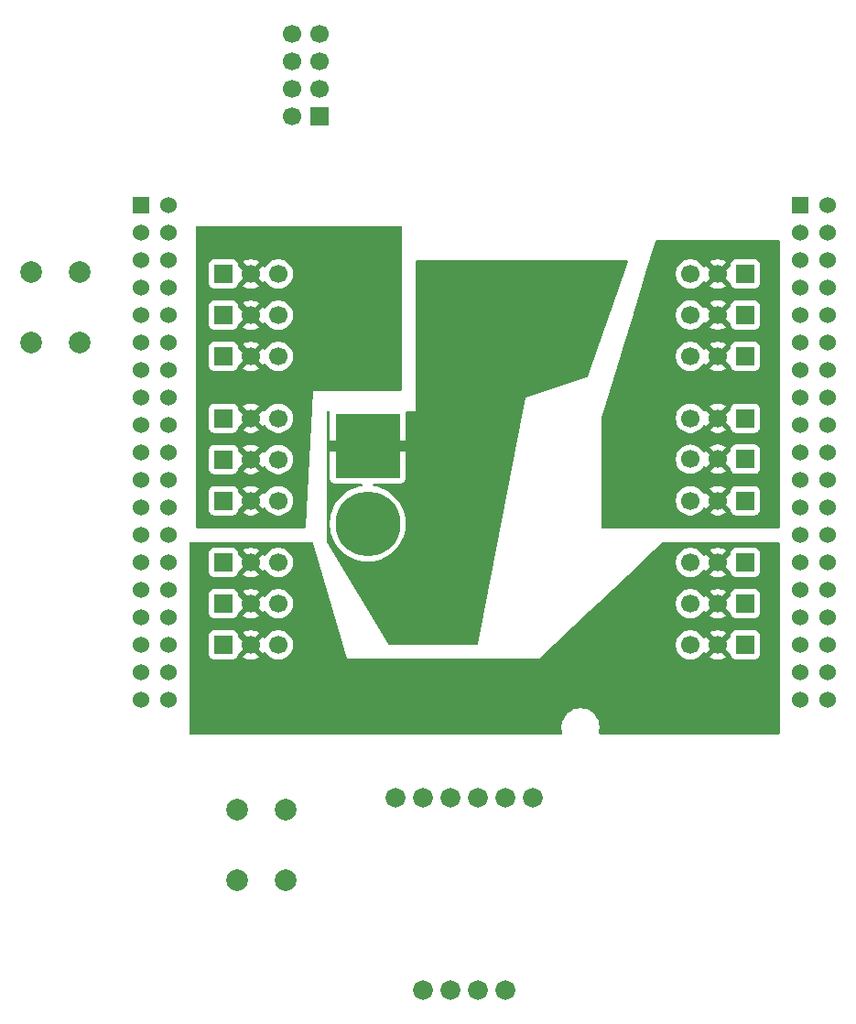
<source format=gbr>
%TF.GenerationSoftware,KiCad,Pcbnew,9.0.2*%
%TF.CreationDate,2025-07-18T09:27:23+08:00*%
%TF.ProjectId,Pathfinder,50617468-6669-46e6-9465-722e6b696361,rev?*%
%TF.SameCoordinates,Original*%
%TF.FileFunction,Copper,L2,Inr*%
%TF.FilePolarity,Positive*%
%FSLAX46Y46*%
G04 Gerber Fmt 4.6, Leading zero omitted, Abs format (unit mm)*
G04 Created by KiCad (PCBNEW 9.0.2) date 2025-07-18 09:27:23*
%MOMM*%
%LPD*%
G01*
G04 APERTURE LIST*
%TA.AperFunction,ComponentPad*%
%ADD10R,1.530000X1.530000*%
%TD*%
%TA.AperFunction,ComponentPad*%
%ADD11C,1.530000*%
%TD*%
%TA.AperFunction,ComponentPad*%
%ADD12C,2.000000*%
%TD*%
%TA.AperFunction,ComponentPad*%
%ADD13R,1.700000X1.700000*%
%TD*%
%TA.AperFunction,ComponentPad*%
%ADD14C,1.700000*%
%TD*%
%TA.AperFunction,ComponentPad*%
%ADD15C,6.000000*%
%TD*%
%TA.AperFunction,ComponentPad*%
%ADD16R,6.000000X6.000000*%
%TD*%
%TA.AperFunction,ComponentPad*%
%ADD17C,1.829000*%
%TD*%
%TA.AperFunction,ViaPad*%
%ADD18C,0.762000*%
%TD*%
G04 APERTURE END LIST*
D10*
%TO.N,/SCK*%
%TO.C,U1*%
X118745000Y-81915000D03*
D11*
%TO.N,/MISO*%
X121285000Y-81915000D03*
%TO.N,/MOSI*%
X118745000Y-84455000D03*
%TO.N,/CSN*%
X121285000Y-84455000D03*
%TO.N,unconnected-(U1A-VDD-PadCN7_5)*%
X118745000Y-86995000D03*
%TO.N,unconnected-(U1A-E5V-PadCN7_6)*%
X121285000Y-86995000D03*
%TO.N,unconnected-(U1A-BOOT0-PadCN7_7)*%
X118745000Y-89535000D03*
%TO.N,GND*%
X121285000Y-89535000D03*
%TO.N,N/C*%
X118745000Y-92075000D03*
X121285000Y-92075000D03*
X118745000Y-94615000D03*
%TO.N,unconnected-(U1A-CN7_IOREF-PadCN7_12)*%
X121285000Y-94615000D03*
%TO.N,/CE*%
X118745000Y-97155000D03*
%TO.N,Net-(U1A-CN7_RESET)*%
X121285000Y-97155000D03*
%TO.N,unconnected-(U1A-PA14-PadCN7_15)*%
X118745000Y-99695000D03*
%TO.N,+3.3V*%
X121285000Y-99695000D03*
%TO.N,unconnected-(U1A-PA15-PadCN7_17)*%
X118745000Y-102235000D03*
%TO.N,unconnected-(U1A-CN7_+5V-PadCN7_18)*%
X121285000Y-102235000D03*
%TO.N,GND*%
X118745000Y-104775000D03*
X121285000Y-104775000D03*
%TO.N,unconnected-(U1A-PB7-PadCN7_21)*%
X118745000Y-107315000D03*
%TO.N,GND*%
X121285000Y-107315000D03*
%TO.N,unconnected-(U1A-PC13-PadCN7_23)*%
X118745000Y-109855000D03*
%TO.N,+BATT*%
X121285000Y-109855000D03*
%TO.N,unconnected-(U1A-PC14-PadCN7_25)*%
X118745000Y-112395000D03*
%TO.N,N/C*%
X121285000Y-112395000D03*
%TO.N,unconnected-(U1A-PC15-PadCN7_27)*%
X118745000Y-114935000D03*
%TO.N,/PA_0*%
X121285000Y-114935000D03*
%TO.N,/PH_0*%
X118745000Y-117475000D03*
%TO.N,/PA_1*%
X121285000Y-117475000D03*
%TO.N,/PH_1*%
X118745000Y-120015000D03*
%TO.N,unconnected-(U1A-PA4-PadCN7_32)*%
X121285000Y-120015000D03*
%TO.N,unconnected-(U1A-VBAT-PadCN7_33)*%
X118745000Y-122555000D03*
%TO.N,/PB_0*%
X121285000Y-122555000D03*
%TO.N,unconnected-(U1A-PC2-PadCN7_35)*%
X118745000Y-125095000D03*
%TO.N,/SDA*%
X121285000Y-125095000D03*
%TO.N,unconnected-(U1A-PC3-PadCN7_37)*%
X118745000Y-127635000D03*
%TO.N,/SCL*%
X121285000Y-127635000D03*
D10*
%TO.N,/PC_9*%
X179705000Y-81915000D03*
D11*
%TO.N,unconnected-(U1B-PC8-PadCN10_2)*%
X182245000Y-81915000D03*
%TO.N,/PB_8*%
X179705000Y-84455000D03*
%TO.N,unconnected-(U1B-PC6-PadCN10_4)*%
X182245000Y-84455000D03*
%TO.N,/PB_9*%
X179705000Y-86995000D03*
%TO.N,unconnected-(U1B-PC5-PadCN10_6)*%
X182245000Y-86995000D03*
%TO.N,unconnected-(U1B-AVDD-PadCN10_7)*%
X179705000Y-89535000D03*
%TO.N,unconnected-(U1B-U5V-PadCN10_8)*%
X182245000Y-89535000D03*
%TO.N,GND*%
X179705000Y-92075000D03*
%TO.N,N/C*%
X182245000Y-92075000D03*
%TO.N,/PA_5*%
X179705000Y-94615000D03*
%TO.N,unconnected-(U1B-PA12-PadCN10_12)*%
X182245000Y-94615000D03*
%TO.N,/PA_6*%
X179705000Y-97155000D03*
%TO.N,unconnected-(U1B-PA11-PadCN10_14)*%
X182245000Y-97155000D03*
%TO.N,/PA_7*%
X179705000Y-99695000D03*
%TO.N,unconnected-(U1B-PB12-PadCN10_16)*%
X182245000Y-99695000D03*
%TO.N,/PB_6*%
X179705000Y-102235000D03*
%TO.N,N/C*%
X182245000Y-102235000D03*
%TO.N,/PC_7*%
X179705000Y-104775000D03*
%TO.N,GND*%
X182245000Y-104775000D03*
%TO.N,/PA_9*%
X179705000Y-107315000D03*
%TO.N,unconnected-(U1B-PB2-PadCN10_22)*%
X182245000Y-107315000D03*
%TO.N,/PA_8*%
X179705000Y-109855000D03*
%TO.N,unconnected-(U1B-PB1-PadCN10_24)*%
X182245000Y-109855000D03*
%TO.N,/PB_10*%
X179705000Y-112395000D03*
%TO.N,unconnected-(U1B-PB15-PadCN10_26)*%
X182245000Y-112395000D03*
%TO.N,/PB_4*%
X179705000Y-114935000D03*
%TO.N,unconnected-(U1B-PB14-PadCN10_28)*%
X182245000Y-114935000D03*
%TO.N,/PB_5*%
X179705000Y-117475000D03*
%TO.N,unconnected-(U1B-PB13-PadCN10_30)*%
X182245000Y-117475000D03*
%TO.N,/PB_3*%
X179705000Y-120015000D03*
%TO.N,unconnected-(U1B-AGND-PadCN10_32)*%
X182245000Y-120015000D03*
%TO.N,/PA_10*%
X179705000Y-122555000D03*
%TO.N,unconnected-(U1B-PC4-PadCN10_34)*%
X182245000Y-122555000D03*
%TO.N,unconnected-(U1B-PA2-PadCN10_35)*%
X179705000Y-125095000D03*
%TO.N,N/C*%
X182245000Y-125095000D03*
%TO.N,unconnected-(U1B-PA3-PadCN10_37)*%
X179705000Y-127635000D03*
%TO.N,N/C*%
X182245000Y-127635000D03*
%TD*%
D12*
%TO.N,N/C*%
%TO.C,SW2*%
X113085000Y-88115000D03*
%TO.N,Net-(U1A-CN7_RESET)*%
X113085000Y-94615000D03*
%TO.N,GND*%
X108585000Y-88115000D03*
X108585000Y-94615000D03*
%TD*%
D13*
%TO.N,/PC_9*%
%TO.C,Coxa2*%
X126365000Y-88265000D03*
D14*
%TO.N,+6VA*%
X128905000Y-88265000D03*
%TO.N,GND*%
X131445000Y-88265000D03*
%TD*%
D13*
%TO.N,/PA_6*%
%TO.C,Femur1*%
X126365000Y-105410000D03*
D14*
%TO.N,+6VA*%
X128905000Y-105410000D03*
%TO.N,GND*%
X131445000Y-105410000D03*
%TD*%
D13*
%TO.N,/PB_0*%
%TO.C,Tibia5*%
X126365000Y-122555000D03*
D14*
%TO.N,+6VC*%
X128905000Y-122555000D03*
%TO.N,GND*%
X131445000Y-122555000D03*
%TD*%
D13*
%TO.N,/PA_7*%
%TO.C,Tibia1*%
X126365000Y-109220000D03*
D14*
%TO.N,+6VA*%
X128905000Y-109220000D03*
%TO.N,GND*%
X131445000Y-109220000D03*
%TD*%
D13*
%TO.N,GND*%
%TO.C,U2*%
X135255000Y-73660000D03*
D14*
%TO.N,+3.3V*%
X132715000Y-73660000D03*
%TO.N,/CE*%
X135255000Y-71120000D03*
%TO.N,/CSN*%
X132715000Y-71120000D03*
%TO.N,/SCK*%
X135255000Y-68580000D03*
%TO.N,/MOSI*%
X132715000Y-68580000D03*
%TO.N,/MISO*%
X135255000Y-66040000D03*
%TO.N,unconnected-(U2-IRQ-Pad8)*%
X132715000Y-66040000D03*
%TD*%
D13*
%TO.N,/PC_7*%
%TO.C,Femur3*%
X174625000Y-92060000D03*
D14*
%TO.N,+6VB*%
X172085000Y-92060000D03*
%TO.N,GND*%
X169545000Y-92060000D03*
%TD*%
D13*
%TO.N,/PA_8*%
%TO.C,Coxa4*%
X174625000Y-101600000D03*
D14*
%TO.N,+6VB*%
X172085000Y-101600000D03*
%TO.N,GND*%
X169545000Y-101600000D03*
%TD*%
D12*
%TO.N,Net-(Bno055-RST)*%
%TO.C,SW1*%
X132135000Y-137795000D03*
%TO.N,N/C*%
X132135000Y-144295000D03*
%TO.N,GND*%
X127635000Y-137795000D03*
X127635000Y-144295000D03*
%TD*%
D13*
%TO.N,/PA_0*%
%TO.C,Coxa5*%
X126365000Y-114935000D03*
D14*
%TO.N,+6VC*%
X128905000Y-114935000D03*
%TO.N,GND*%
X131445000Y-114935000D03*
%TD*%
D13*
%TO.N,/PA_9*%
%TO.C,Tibia3*%
X174625000Y-95885000D03*
D14*
%TO.N,+6VB*%
X172085000Y-95885000D03*
%TO.N,GND*%
X169545000Y-95885000D03*
%TD*%
D13*
%TO.N,/PB_9*%
%TO.C,Tibia2*%
X126365000Y-95885000D03*
D14*
%TO.N,+6VA*%
X128905000Y-95885000D03*
%TO.N,GND*%
X131445000Y-95885000D03*
%TD*%
D15*
%TO.N,GND*%
%TO.C,J1*%
X139700000Y-111340000D03*
D16*
%TO.N,+BATT*%
X139700000Y-104140000D03*
%TD*%
D13*
%TO.N,/PB_6*%
%TO.C,Coxa3*%
X174625000Y-88265000D03*
D14*
%TO.N,+6VB*%
X172085000Y-88265000D03*
%TO.N,GND*%
X169545000Y-88265000D03*
%TD*%
D13*
%TO.N,/PB_3*%
%TO.C,Femur6*%
X174625000Y-118745000D03*
D14*
%TO.N,+6VC*%
X172085000Y-118745000D03*
%TO.N,GND*%
X169545000Y-118745000D03*
%TD*%
D13*
%TO.N,/PB_10*%
%TO.C,Femur4*%
X174625000Y-105395000D03*
D14*
%TO.N,+6VB*%
X172085000Y-105395000D03*
%TO.N,GND*%
X169545000Y-105395000D03*
%TD*%
D17*
%TO.N,N/C*%
%TO.C,Bno055*%
X152400000Y-136652000D03*
X144780000Y-154432000D03*
%TO.N,GND*%
X149860000Y-136652000D03*
%TO.N,N/C*%
X147320000Y-154432000D03*
X152400000Y-154432000D03*
X149860000Y-154432000D03*
%TO.N,Net-(Bno055-RST)*%
X142240000Y-136652000D03*
%TO.N,/SCL*%
X144780000Y-136652000D03*
%TO.N,/SDA*%
X147320000Y-136652000D03*
%TO.N,+3.3V*%
X154940000Y-136652000D03*
%TD*%
D13*
%TO.N,/PB_4*%
%TO.C,Tibia4*%
X174625000Y-109220000D03*
D14*
%TO.N,+6VB*%
X172085000Y-109220000D03*
%TO.N,GND*%
X169545000Y-109220000D03*
%TD*%
D13*
%TO.N,/PB_5*%
%TO.C,Coxa6*%
X174625000Y-114935000D03*
D14*
%TO.N,+6VC*%
X172085000Y-114935000D03*
%TO.N,GND*%
X169545000Y-114935000D03*
%TD*%
D13*
%TO.N,/PA_5*%
%TO.C,Coxa1*%
X126365000Y-101600000D03*
D14*
%TO.N,+6VA*%
X128905000Y-101600000D03*
%TO.N,GND*%
X131445000Y-101600000D03*
%TD*%
D13*
%TO.N,/PA_10*%
%TO.C,Tibia6*%
X174625000Y-122555000D03*
D14*
%TO.N,+6VC*%
X172085000Y-122555000D03*
%TO.N,GND*%
X169545000Y-122555000D03*
%TD*%
D13*
%TO.N,/PA_1*%
%TO.C,Femur5*%
X126365000Y-118745000D03*
D14*
%TO.N,+6VC*%
X128905000Y-118745000D03*
%TO.N,GND*%
X131445000Y-118745000D03*
%TD*%
D13*
%TO.N,/PB_8*%
%TO.C,Femur2*%
X126365000Y-92075000D03*
D14*
%TO.N,+6VA*%
X128905000Y-92075000D03*
%TO.N,GND*%
X131445000Y-92075000D03*
%TD*%
D18*
%TO.N,+BATT*%
X146050000Y-100965000D03*
X144145000Y-120650000D03*
X158115000Y-92075000D03*
%TO.N,+6VA*%
X137795000Y-90170000D03*
%TO.N,+6VB*%
X165100000Y-102870000D03*
%TO.N,+6VC*%
X161925000Y-121285000D03*
%TD*%
%TA.AperFunction,Conductor*%
%TO.N,+6VA*%
G36*
X142818039Y-83839685D02*
G01*
X142863794Y-83892489D01*
X142875000Y-83944000D01*
X142875000Y-98936000D01*
X142855315Y-99003039D01*
X142802511Y-99048794D01*
X142751000Y-99060000D01*
X123825000Y-99060000D01*
X123825000Y-94987135D01*
X125014500Y-94987135D01*
X125014500Y-96782870D01*
X125014501Y-96782876D01*
X125020908Y-96842483D01*
X125071202Y-96977328D01*
X125071206Y-96977335D01*
X125157452Y-97092544D01*
X125157455Y-97092547D01*
X125272664Y-97178793D01*
X125272671Y-97178797D01*
X125407517Y-97229091D01*
X125407516Y-97229091D01*
X125414444Y-97229835D01*
X125467127Y-97235500D01*
X127262872Y-97235499D01*
X127322483Y-97229091D01*
X127457331Y-97178796D01*
X127572546Y-97092546D01*
X127658796Y-96977331D01*
X127709091Y-96842483D01*
X127715500Y-96782873D01*
X127715499Y-96758979D01*
X127718330Y-96745963D01*
X127728940Y-96726525D01*
X127735179Y-96705275D01*
X127751803Y-96684643D01*
X127751808Y-96684636D01*
X127751811Y-96684634D01*
X127751818Y-96684626D01*
X128422037Y-96014408D01*
X128439075Y-96077993D01*
X128504901Y-96192007D01*
X128597993Y-96285099D01*
X128712007Y-96350925D01*
X128775590Y-96367962D01*
X128143282Y-97000269D01*
X128143282Y-97000270D01*
X128197449Y-97039624D01*
X128386782Y-97136095D01*
X128588870Y-97201757D01*
X128798754Y-97235000D01*
X129011246Y-97235000D01*
X129221127Y-97201757D01*
X129221130Y-97201757D01*
X129423217Y-97136095D01*
X129612554Y-97039622D01*
X129666716Y-97000270D01*
X129666717Y-97000270D01*
X129034408Y-96367962D01*
X129097993Y-96350925D01*
X129212007Y-96285099D01*
X129305099Y-96192007D01*
X129370925Y-96077993D01*
X129387962Y-96014408D01*
X130020270Y-96646717D01*
X130020270Y-96646716D01*
X130059622Y-96592555D01*
X130064232Y-96583507D01*
X130112205Y-96532709D01*
X130180025Y-96515912D01*
X130246161Y-96538447D01*
X130285204Y-96583504D01*
X130289949Y-96592817D01*
X130414890Y-96764786D01*
X130565213Y-96915109D01*
X130737179Y-97040048D01*
X130737181Y-97040049D01*
X130737184Y-97040051D01*
X130926588Y-97136557D01*
X131128757Y-97202246D01*
X131338713Y-97235500D01*
X131338714Y-97235500D01*
X131551286Y-97235500D01*
X131551287Y-97235500D01*
X131761243Y-97202246D01*
X131963412Y-97136557D01*
X132152816Y-97040051D01*
X132239138Y-96977335D01*
X132324786Y-96915109D01*
X132324788Y-96915106D01*
X132324792Y-96915104D01*
X132475104Y-96764792D01*
X132475106Y-96764788D01*
X132475109Y-96764786D01*
X132600048Y-96592820D01*
X132600050Y-96592817D01*
X132600051Y-96592816D01*
X132696557Y-96403412D01*
X132762246Y-96201243D01*
X132795500Y-95991287D01*
X132795500Y-95778713D01*
X132762246Y-95568757D01*
X132696557Y-95366588D01*
X132600051Y-95177184D01*
X132600049Y-95177181D01*
X132600048Y-95177179D01*
X132475109Y-95005213D01*
X132324786Y-94854890D01*
X132152820Y-94729951D01*
X131963414Y-94633444D01*
X131963413Y-94633443D01*
X131963412Y-94633443D01*
X131761243Y-94567754D01*
X131761241Y-94567753D01*
X131761240Y-94567753D01*
X131599957Y-94542208D01*
X131551287Y-94534500D01*
X131338713Y-94534500D01*
X131290042Y-94542208D01*
X131128760Y-94567753D01*
X130926585Y-94633444D01*
X130737179Y-94729951D01*
X130565213Y-94854890D01*
X130414890Y-95005213D01*
X130289949Y-95177182D01*
X130285202Y-95186499D01*
X130237227Y-95237293D01*
X130169405Y-95254087D01*
X130103271Y-95231548D01*
X130064234Y-95186495D01*
X130059626Y-95177452D01*
X130020270Y-95123282D01*
X130020269Y-95123282D01*
X129387962Y-95755590D01*
X129370925Y-95692007D01*
X129305099Y-95577993D01*
X129212007Y-95484901D01*
X129097993Y-95419075D01*
X129034409Y-95402037D01*
X129666716Y-94769728D01*
X129612550Y-94730375D01*
X129423217Y-94633904D01*
X129221129Y-94568242D01*
X129011246Y-94535000D01*
X128798754Y-94535000D01*
X128588872Y-94568242D01*
X128588869Y-94568242D01*
X128386782Y-94633904D01*
X128197439Y-94730380D01*
X128143282Y-94769727D01*
X128143282Y-94769728D01*
X128775591Y-95402037D01*
X128712007Y-95419075D01*
X128597993Y-95484901D01*
X128504901Y-95577993D01*
X128439075Y-95692007D01*
X128422037Y-95755591D01*
X127751818Y-95085372D01*
X127718333Y-95024049D01*
X127718330Y-95024036D01*
X127715499Y-95011015D01*
X127715499Y-94987128D01*
X127709091Y-94927517D01*
X127680926Y-94852002D01*
X127658798Y-94792673D01*
X127658793Y-94792664D01*
X127572547Y-94677455D01*
X127572544Y-94677452D01*
X127457335Y-94591206D01*
X127457328Y-94591202D01*
X127322482Y-94540908D01*
X127322483Y-94540908D01*
X127262883Y-94534501D01*
X127262881Y-94534500D01*
X127262873Y-94534500D01*
X127262864Y-94534500D01*
X125467129Y-94534500D01*
X125467123Y-94534501D01*
X125407516Y-94540908D01*
X125272671Y-94591202D01*
X125272664Y-94591206D01*
X125157455Y-94677452D01*
X125157452Y-94677455D01*
X125071206Y-94792664D01*
X125071202Y-94792671D01*
X125020908Y-94927517D01*
X125014501Y-94987116D01*
X125014500Y-94987135D01*
X123825000Y-94987135D01*
X123825000Y-91177135D01*
X125014500Y-91177135D01*
X125014500Y-92972870D01*
X125014501Y-92972876D01*
X125020908Y-93032483D01*
X125071202Y-93167328D01*
X125071206Y-93167335D01*
X125157452Y-93282544D01*
X125157455Y-93282547D01*
X125272664Y-93368793D01*
X125272671Y-93368797D01*
X125407517Y-93419091D01*
X125407516Y-93419091D01*
X125414444Y-93419835D01*
X125467127Y-93425500D01*
X127262872Y-93425499D01*
X127322483Y-93419091D01*
X127457331Y-93368796D01*
X127572546Y-93282546D01*
X127658796Y-93167331D01*
X127709091Y-93032483D01*
X127715500Y-92972873D01*
X127715499Y-92948979D01*
X127718330Y-92935963D01*
X127728940Y-92916525D01*
X127735179Y-92895275D01*
X127751803Y-92874643D01*
X127751808Y-92874636D01*
X127751811Y-92874634D01*
X127751818Y-92874626D01*
X128422037Y-92204408D01*
X128439075Y-92267993D01*
X128504901Y-92382007D01*
X128597993Y-92475099D01*
X128712007Y-92540925D01*
X128775590Y-92557962D01*
X128143282Y-93190269D01*
X128143282Y-93190270D01*
X128197449Y-93229624D01*
X128386782Y-93326095D01*
X128588870Y-93391757D01*
X128798754Y-93425000D01*
X129011246Y-93425000D01*
X129221127Y-93391757D01*
X129221130Y-93391757D01*
X129423217Y-93326095D01*
X129612554Y-93229622D01*
X129666716Y-93190270D01*
X129666717Y-93190270D01*
X129034408Y-92557962D01*
X129097993Y-92540925D01*
X129212007Y-92475099D01*
X129305099Y-92382007D01*
X129370925Y-92267993D01*
X129387962Y-92204408D01*
X130020270Y-92836717D01*
X130020270Y-92836716D01*
X130059622Y-92782555D01*
X130064232Y-92773507D01*
X130112205Y-92722709D01*
X130180025Y-92705912D01*
X130246161Y-92728447D01*
X130285204Y-92773504D01*
X130289949Y-92782817D01*
X130414890Y-92954786D01*
X130565213Y-93105109D01*
X130737179Y-93230048D01*
X130737181Y-93230049D01*
X130737184Y-93230051D01*
X130926588Y-93326557D01*
X131128757Y-93392246D01*
X131338713Y-93425500D01*
X131338714Y-93425500D01*
X131551286Y-93425500D01*
X131551287Y-93425500D01*
X131761243Y-93392246D01*
X131963412Y-93326557D01*
X132152816Y-93230051D01*
X132239138Y-93167335D01*
X132324786Y-93105109D01*
X132324788Y-93105106D01*
X132324792Y-93105104D01*
X132475104Y-92954792D01*
X132475106Y-92954788D01*
X132475109Y-92954786D01*
X132600048Y-92782820D01*
X132600050Y-92782817D01*
X132600051Y-92782816D01*
X132696557Y-92593412D01*
X132762246Y-92391243D01*
X132795500Y-92181287D01*
X132795500Y-91968713D01*
X132762246Y-91758757D01*
X132696557Y-91556588D01*
X132600051Y-91367184D01*
X132600049Y-91367181D01*
X132600048Y-91367179D01*
X132475109Y-91195213D01*
X132324786Y-91044890D01*
X132152820Y-90919951D01*
X131963414Y-90823444D01*
X131963413Y-90823443D01*
X131963412Y-90823443D01*
X131761243Y-90757754D01*
X131761241Y-90757753D01*
X131761240Y-90757753D01*
X131599957Y-90732208D01*
X131551287Y-90724500D01*
X131338713Y-90724500D01*
X131290042Y-90732208D01*
X131128760Y-90757753D01*
X130926585Y-90823444D01*
X130737179Y-90919951D01*
X130565213Y-91044890D01*
X130414890Y-91195213D01*
X130289949Y-91367182D01*
X130285202Y-91376499D01*
X130237227Y-91427293D01*
X130169405Y-91444087D01*
X130103271Y-91421548D01*
X130064234Y-91376495D01*
X130059626Y-91367452D01*
X130020270Y-91313282D01*
X130020269Y-91313282D01*
X129387962Y-91945590D01*
X129370925Y-91882007D01*
X129305099Y-91767993D01*
X129212007Y-91674901D01*
X129097993Y-91609075D01*
X129034409Y-91592037D01*
X129666716Y-90959728D01*
X129612550Y-90920375D01*
X129423217Y-90823904D01*
X129221129Y-90758242D01*
X129011246Y-90725000D01*
X128798754Y-90725000D01*
X128588872Y-90758242D01*
X128588869Y-90758242D01*
X128386782Y-90823904D01*
X128197439Y-90920380D01*
X128143282Y-90959727D01*
X128143282Y-90959728D01*
X128775591Y-91592037D01*
X128712007Y-91609075D01*
X128597993Y-91674901D01*
X128504901Y-91767993D01*
X128439075Y-91882007D01*
X128422037Y-91945591D01*
X127751818Y-91275372D01*
X127718333Y-91214049D01*
X127718330Y-91214036D01*
X127715499Y-91201015D01*
X127715499Y-91177128D01*
X127709091Y-91117517D01*
X127680926Y-91042002D01*
X127658798Y-90982673D01*
X127658793Y-90982664D01*
X127572547Y-90867455D01*
X127572544Y-90867452D01*
X127457335Y-90781206D01*
X127457328Y-90781202D01*
X127322482Y-90730908D01*
X127322483Y-90730908D01*
X127262883Y-90724501D01*
X127262881Y-90724500D01*
X127262873Y-90724500D01*
X127262864Y-90724500D01*
X125467129Y-90724500D01*
X125467123Y-90724501D01*
X125407516Y-90730908D01*
X125272671Y-90781202D01*
X125272664Y-90781206D01*
X125157455Y-90867452D01*
X125157452Y-90867455D01*
X125071206Y-90982664D01*
X125071202Y-90982671D01*
X125020908Y-91117517D01*
X125014501Y-91177116D01*
X125014500Y-91177135D01*
X123825000Y-91177135D01*
X123825000Y-87367135D01*
X125014500Y-87367135D01*
X125014500Y-89162870D01*
X125014501Y-89162876D01*
X125020908Y-89222483D01*
X125071202Y-89357328D01*
X125071206Y-89357335D01*
X125157452Y-89472544D01*
X125157455Y-89472547D01*
X125272664Y-89558793D01*
X125272671Y-89558797D01*
X125407517Y-89609091D01*
X125407516Y-89609091D01*
X125414444Y-89609835D01*
X125467127Y-89615500D01*
X127262872Y-89615499D01*
X127322483Y-89609091D01*
X127457331Y-89558796D01*
X127572546Y-89472546D01*
X127658796Y-89357331D01*
X127709091Y-89222483D01*
X127715500Y-89162873D01*
X127715499Y-89138979D01*
X127718330Y-89125963D01*
X127728940Y-89106525D01*
X127735179Y-89085275D01*
X127751803Y-89064643D01*
X127751808Y-89064636D01*
X127751811Y-89064634D01*
X127751818Y-89064626D01*
X128422037Y-88394408D01*
X128439075Y-88457993D01*
X128504901Y-88572007D01*
X128597993Y-88665099D01*
X128712007Y-88730925D01*
X128775590Y-88747962D01*
X128143282Y-89380269D01*
X128143282Y-89380270D01*
X128197449Y-89419624D01*
X128386782Y-89516095D01*
X128588870Y-89581757D01*
X128798754Y-89615000D01*
X129011246Y-89615000D01*
X129221127Y-89581757D01*
X129221130Y-89581757D01*
X129423217Y-89516095D01*
X129612554Y-89419622D01*
X129666716Y-89380270D01*
X129666717Y-89380270D01*
X129034408Y-88747962D01*
X129097993Y-88730925D01*
X129212007Y-88665099D01*
X129305099Y-88572007D01*
X129370925Y-88457993D01*
X129387962Y-88394408D01*
X130020270Y-89026717D01*
X130020270Y-89026716D01*
X130059622Y-88972555D01*
X130064232Y-88963507D01*
X130112205Y-88912709D01*
X130180025Y-88895912D01*
X130246161Y-88918447D01*
X130285204Y-88963504D01*
X130289949Y-88972817D01*
X130414890Y-89144786D01*
X130565213Y-89295109D01*
X130737179Y-89420048D01*
X130737181Y-89420049D01*
X130737184Y-89420051D01*
X130926588Y-89516557D01*
X131128757Y-89582246D01*
X131338713Y-89615500D01*
X131338714Y-89615500D01*
X131551286Y-89615500D01*
X131551287Y-89615500D01*
X131761243Y-89582246D01*
X131963412Y-89516557D01*
X132152816Y-89420051D01*
X132239138Y-89357335D01*
X132324786Y-89295109D01*
X132324788Y-89295106D01*
X132324792Y-89295104D01*
X132475104Y-89144792D01*
X132475106Y-89144788D01*
X132475109Y-89144786D01*
X132600048Y-88972820D01*
X132600050Y-88972817D01*
X132600051Y-88972816D01*
X132696557Y-88783412D01*
X132762246Y-88581243D01*
X132795500Y-88371287D01*
X132795500Y-88158713D01*
X132762246Y-87948757D01*
X132696557Y-87746588D01*
X132600051Y-87557184D01*
X132600049Y-87557181D01*
X132600048Y-87557179D01*
X132475109Y-87385213D01*
X132324786Y-87234890D01*
X132152820Y-87109951D01*
X131963414Y-87013444D01*
X131963413Y-87013443D01*
X131963412Y-87013443D01*
X131761243Y-86947754D01*
X131761241Y-86947753D01*
X131761240Y-86947753D01*
X131599957Y-86922208D01*
X131551287Y-86914500D01*
X131338713Y-86914500D01*
X131290042Y-86922208D01*
X131128760Y-86947753D01*
X130926585Y-87013444D01*
X130737179Y-87109951D01*
X130565213Y-87234890D01*
X130414890Y-87385213D01*
X130289949Y-87557182D01*
X130285202Y-87566499D01*
X130237227Y-87617293D01*
X130169405Y-87634087D01*
X130103271Y-87611548D01*
X130064234Y-87566495D01*
X130059626Y-87557452D01*
X130020270Y-87503282D01*
X130020269Y-87503282D01*
X129387962Y-88135590D01*
X129370925Y-88072007D01*
X129305099Y-87957993D01*
X129212007Y-87864901D01*
X129097993Y-87799075D01*
X129034409Y-87782037D01*
X129666716Y-87149728D01*
X129612550Y-87110375D01*
X129423217Y-87013904D01*
X129221129Y-86948242D01*
X129011246Y-86915000D01*
X128798754Y-86915000D01*
X128588872Y-86948242D01*
X128588869Y-86948242D01*
X128386782Y-87013904D01*
X128197439Y-87110380D01*
X128143282Y-87149727D01*
X128143282Y-87149728D01*
X128775591Y-87782037D01*
X128712007Y-87799075D01*
X128597993Y-87864901D01*
X128504901Y-87957993D01*
X128439075Y-88072007D01*
X128422037Y-88135591D01*
X127751818Y-87465372D01*
X127718333Y-87404049D01*
X127718330Y-87404036D01*
X127715499Y-87391015D01*
X127715499Y-87367128D01*
X127709091Y-87307517D01*
X127680926Y-87232002D01*
X127658798Y-87172673D01*
X127658793Y-87172664D01*
X127572547Y-87057455D01*
X127572544Y-87057452D01*
X127457335Y-86971206D01*
X127457328Y-86971202D01*
X127322482Y-86920908D01*
X127322483Y-86920908D01*
X127262883Y-86914501D01*
X127262881Y-86914500D01*
X127262873Y-86914500D01*
X127262864Y-86914500D01*
X125467129Y-86914500D01*
X125467123Y-86914501D01*
X125407516Y-86920908D01*
X125272671Y-86971202D01*
X125272664Y-86971206D01*
X125157455Y-87057452D01*
X125157452Y-87057455D01*
X125071206Y-87172664D01*
X125071202Y-87172671D01*
X125020908Y-87307517D01*
X125014501Y-87367116D01*
X125014500Y-87367135D01*
X123825000Y-87367135D01*
X123825000Y-83944000D01*
X123844685Y-83876961D01*
X123897489Y-83831206D01*
X123949000Y-83820000D01*
X142751000Y-83820000D01*
X142818039Y-83839685D01*
G37*
%TD.AperFunction*%
%TD*%
%TA.AperFunction,Conductor*%
%TO.N,+6VB*%
G36*
X177743039Y-85109685D02*
G01*
X177788794Y-85162489D01*
X177800000Y-85214000D01*
X177800000Y-111636000D01*
X177780315Y-111703039D01*
X177727511Y-111748794D01*
X177676000Y-111760000D01*
X161414000Y-111760000D01*
X161346961Y-111740315D01*
X161301206Y-111687511D01*
X161290000Y-111636000D01*
X161290000Y-109113713D01*
X168194500Y-109113713D01*
X168194500Y-109326286D01*
X168227753Y-109536239D01*
X168293444Y-109738414D01*
X168389951Y-109927820D01*
X168514890Y-110099786D01*
X168665213Y-110250109D01*
X168837179Y-110375048D01*
X168837181Y-110375049D01*
X168837184Y-110375051D01*
X169026588Y-110471557D01*
X169228757Y-110537246D01*
X169438713Y-110570500D01*
X169438714Y-110570500D01*
X169651286Y-110570500D01*
X169651287Y-110570500D01*
X169861243Y-110537246D01*
X170063412Y-110471557D01*
X170252816Y-110375051D01*
X170339138Y-110312335D01*
X170424786Y-110250109D01*
X170424788Y-110250106D01*
X170424792Y-110250104D01*
X170575104Y-110099792D01*
X170575106Y-110099788D01*
X170575109Y-110099786D01*
X170642515Y-110007007D01*
X170700051Y-109927816D01*
X170704793Y-109918508D01*
X170752763Y-109867711D01*
X170820583Y-109850911D01*
X170886719Y-109873445D01*
X170925763Y-109918500D01*
X170930373Y-109927547D01*
X170969728Y-109981716D01*
X171602037Y-109349408D01*
X171619075Y-109412993D01*
X171684901Y-109527007D01*
X171777993Y-109620099D01*
X171892007Y-109685925D01*
X171955590Y-109702962D01*
X171323282Y-110335269D01*
X171323282Y-110335270D01*
X171377449Y-110374624D01*
X171566782Y-110471095D01*
X171768870Y-110536757D01*
X171978754Y-110570000D01*
X172191246Y-110570000D01*
X172401127Y-110536757D01*
X172401130Y-110536757D01*
X172603217Y-110471095D01*
X172792554Y-110374622D01*
X172846716Y-110335270D01*
X172846717Y-110335270D01*
X172214408Y-109702962D01*
X172277993Y-109685925D01*
X172392007Y-109620099D01*
X172485099Y-109527007D01*
X172550925Y-109412993D01*
X172567962Y-109349408D01*
X173238181Y-110019628D01*
X173271666Y-110080951D01*
X173274500Y-110107300D01*
X173274500Y-110117865D01*
X173274501Y-110117876D01*
X173280908Y-110177483D01*
X173331202Y-110312328D01*
X173331206Y-110312335D01*
X173417452Y-110427544D01*
X173417455Y-110427547D01*
X173532664Y-110513793D01*
X173532671Y-110513797D01*
X173667517Y-110564091D01*
X173667516Y-110564091D01*
X173674444Y-110564835D01*
X173727127Y-110570500D01*
X175522872Y-110570499D01*
X175582483Y-110564091D01*
X175717331Y-110513796D01*
X175832546Y-110427546D01*
X175918796Y-110312331D01*
X175969091Y-110177483D01*
X175975500Y-110117873D01*
X175975499Y-108322128D01*
X175969091Y-108262517D01*
X175918796Y-108127669D01*
X175918795Y-108127668D01*
X175918793Y-108127664D01*
X175832547Y-108012455D01*
X175832544Y-108012452D01*
X175717335Y-107926206D01*
X175717328Y-107926202D01*
X175582482Y-107875908D01*
X175582483Y-107875908D01*
X175522883Y-107869501D01*
X175522881Y-107869500D01*
X175522873Y-107869500D01*
X175522864Y-107869500D01*
X173727129Y-107869500D01*
X173727123Y-107869501D01*
X173667516Y-107875908D01*
X173532671Y-107926202D01*
X173532664Y-107926206D01*
X173417455Y-108012452D01*
X173417452Y-108012455D01*
X173331206Y-108127664D01*
X173331202Y-108127671D01*
X173280908Y-108262517D01*
X173274501Y-108322116D01*
X173274501Y-108322123D01*
X173274500Y-108322135D01*
X173274500Y-108332690D01*
X173254815Y-108399729D01*
X173238181Y-108420371D01*
X172567962Y-109090590D01*
X172550925Y-109027007D01*
X172485099Y-108912993D01*
X172392007Y-108819901D01*
X172277993Y-108754075D01*
X172214409Y-108737037D01*
X172846716Y-108104728D01*
X172792550Y-108065375D01*
X172603217Y-107968904D01*
X172401129Y-107903242D01*
X172191246Y-107870000D01*
X171978754Y-107870000D01*
X171768872Y-107903242D01*
X171768869Y-107903242D01*
X171566782Y-107968904D01*
X171377439Y-108065380D01*
X171323282Y-108104727D01*
X171323282Y-108104728D01*
X171955591Y-108737037D01*
X171892007Y-108754075D01*
X171777993Y-108819901D01*
X171684901Y-108912993D01*
X171619075Y-109027007D01*
X171602037Y-109090591D01*
X170969728Y-108458282D01*
X170969727Y-108458282D01*
X170930380Y-108512440D01*
X170930376Y-108512446D01*
X170925760Y-108521505D01*
X170877781Y-108572297D01*
X170809959Y-108589087D01*
X170743826Y-108566543D01*
X170704794Y-108521493D01*
X170700051Y-108512184D01*
X170700049Y-108512181D01*
X170700048Y-108512179D01*
X170575109Y-108340213D01*
X170424786Y-108189890D01*
X170252820Y-108064951D01*
X170063414Y-107968444D01*
X170063413Y-107968443D01*
X170063412Y-107968443D01*
X169861243Y-107902754D01*
X169861241Y-107902753D01*
X169861240Y-107902753D01*
X169699957Y-107877208D01*
X169651287Y-107869500D01*
X169438713Y-107869500D01*
X169390042Y-107877208D01*
X169228760Y-107902753D01*
X169026585Y-107968444D01*
X168837179Y-108064951D01*
X168665213Y-108189890D01*
X168514890Y-108340213D01*
X168389951Y-108512179D01*
X168293444Y-108701585D01*
X168227753Y-108903760D01*
X168194500Y-109113713D01*
X161290000Y-109113713D01*
X161290000Y-105288713D01*
X168194500Y-105288713D01*
X168194500Y-105501286D01*
X168227753Y-105711239D01*
X168293444Y-105913414D01*
X168389951Y-106102820D01*
X168514890Y-106274786D01*
X168665213Y-106425109D01*
X168837179Y-106550048D01*
X168837181Y-106550049D01*
X168837184Y-106550051D01*
X169026588Y-106646557D01*
X169228757Y-106712246D01*
X169438713Y-106745500D01*
X169438714Y-106745500D01*
X169651286Y-106745500D01*
X169651287Y-106745500D01*
X169861243Y-106712246D01*
X170063412Y-106646557D01*
X170252816Y-106550051D01*
X170339138Y-106487335D01*
X170424786Y-106425109D01*
X170424788Y-106425106D01*
X170424792Y-106425104D01*
X170575104Y-106274792D01*
X170575106Y-106274788D01*
X170575109Y-106274786D01*
X170642515Y-106182007D01*
X170700051Y-106102816D01*
X170704793Y-106093508D01*
X170752763Y-106042711D01*
X170820583Y-106025911D01*
X170886719Y-106048445D01*
X170925763Y-106093500D01*
X170930373Y-106102547D01*
X170969728Y-106156716D01*
X171602037Y-105524408D01*
X171619075Y-105587993D01*
X171684901Y-105702007D01*
X171777993Y-105795099D01*
X171892007Y-105860925D01*
X171955590Y-105877962D01*
X171323282Y-106510269D01*
X171323282Y-106510270D01*
X171377449Y-106549624D01*
X171566782Y-106646095D01*
X171768870Y-106711757D01*
X171978754Y-106745000D01*
X172191246Y-106745000D01*
X172401127Y-106711757D01*
X172401130Y-106711757D01*
X172603217Y-106646095D01*
X172792554Y-106549622D01*
X172846716Y-106510270D01*
X172846717Y-106510270D01*
X172214408Y-105877962D01*
X172277993Y-105860925D01*
X172392007Y-105795099D01*
X172485099Y-105702007D01*
X172550925Y-105587993D01*
X172567962Y-105524408D01*
X173238181Y-106194628D01*
X173271666Y-106255951D01*
X173274500Y-106282300D01*
X173274500Y-106292865D01*
X173274501Y-106292876D01*
X173280908Y-106352483D01*
X173331202Y-106487328D01*
X173331206Y-106487335D01*
X173417452Y-106602544D01*
X173417455Y-106602547D01*
X173532664Y-106688793D01*
X173532671Y-106688797D01*
X173667517Y-106739091D01*
X173667516Y-106739091D01*
X173674444Y-106739835D01*
X173727127Y-106745500D01*
X175522872Y-106745499D01*
X175582483Y-106739091D01*
X175717331Y-106688796D01*
X175832546Y-106602546D01*
X175918796Y-106487331D01*
X175969091Y-106352483D01*
X175975500Y-106292873D01*
X175975499Y-104497128D01*
X175969091Y-104437517D01*
X175918796Y-104302669D01*
X175918795Y-104302668D01*
X175918793Y-104302664D01*
X175832547Y-104187455D01*
X175832544Y-104187452D01*
X175717335Y-104101206D01*
X175717328Y-104101202D01*
X175582482Y-104050908D01*
X175582483Y-104050908D01*
X175522883Y-104044501D01*
X175522881Y-104044500D01*
X175522873Y-104044500D01*
X175522864Y-104044500D01*
X173727129Y-104044500D01*
X173727123Y-104044501D01*
X173667516Y-104050908D01*
X173532671Y-104101202D01*
X173532664Y-104101206D01*
X173417455Y-104187452D01*
X173417452Y-104187455D01*
X173331206Y-104302664D01*
X173331202Y-104302671D01*
X173280908Y-104437517D01*
X173274501Y-104497116D01*
X173274501Y-104497123D01*
X173274500Y-104497135D01*
X173274500Y-104507690D01*
X173254815Y-104574729D01*
X173238181Y-104595371D01*
X172567962Y-105265590D01*
X172550925Y-105202007D01*
X172485099Y-105087993D01*
X172392007Y-104994901D01*
X172277993Y-104929075D01*
X172214409Y-104912037D01*
X172846716Y-104279728D01*
X172792550Y-104240375D01*
X172603217Y-104143904D01*
X172401129Y-104078242D01*
X172191246Y-104045000D01*
X171978754Y-104045000D01*
X171768872Y-104078242D01*
X171768869Y-104078242D01*
X171566782Y-104143904D01*
X171377439Y-104240380D01*
X171323282Y-104279727D01*
X171323282Y-104279728D01*
X171955591Y-104912037D01*
X171892007Y-104929075D01*
X171777993Y-104994901D01*
X171684901Y-105087993D01*
X171619075Y-105202007D01*
X171602037Y-105265591D01*
X170969728Y-104633282D01*
X170969727Y-104633282D01*
X170930380Y-104687440D01*
X170930376Y-104687446D01*
X170925760Y-104696505D01*
X170877781Y-104747297D01*
X170809959Y-104764087D01*
X170743826Y-104741543D01*
X170704794Y-104696493D01*
X170700051Y-104687184D01*
X170700049Y-104687181D01*
X170700048Y-104687179D01*
X170575109Y-104515213D01*
X170424786Y-104364890D01*
X170252820Y-104239951D01*
X170063414Y-104143444D01*
X170063413Y-104143443D01*
X170063412Y-104143443D01*
X169861243Y-104077754D01*
X169861241Y-104077753D01*
X169861240Y-104077753D01*
X169699957Y-104052208D01*
X169651287Y-104044500D01*
X169438713Y-104044500D01*
X169390042Y-104052208D01*
X169228760Y-104077753D01*
X169026585Y-104143444D01*
X168837179Y-104239951D01*
X168665213Y-104364890D01*
X168514890Y-104515213D01*
X168389951Y-104687179D01*
X168293444Y-104876585D01*
X168227753Y-105078760D01*
X168194500Y-105288713D01*
X161290000Y-105288713D01*
X161290000Y-101618647D01*
X161290159Y-101617583D01*
X161290010Y-101617048D01*
X161295483Y-101582181D01*
X161322704Y-101493713D01*
X168194500Y-101493713D01*
X168194500Y-101706286D01*
X168227753Y-101916239D01*
X168293444Y-102118414D01*
X168389951Y-102307820D01*
X168514890Y-102479786D01*
X168665213Y-102630109D01*
X168837179Y-102755048D01*
X168837181Y-102755049D01*
X168837184Y-102755051D01*
X169026588Y-102851557D01*
X169228757Y-102917246D01*
X169438713Y-102950500D01*
X169438714Y-102950500D01*
X169651286Y-102950500D01*
X169651287Y-102950500D01*
X169861243Y-102917246D01*
X170063412Y-102851557D01*
X170252816Y-102755051D01*
X170339138Y-102692335D01*
X170424786Y-102630109D01*
X170424788Y-102630106D01*
X170424792Y-102630104D01*
X170575104Y-102479792D01*
X170575106Y-102479788D01*
X170575109Y-102479786D01*
X170642515Y-102387007D01*
X170700051Y-102307816D01*
X170704793Y-102298508D01*
X170752763Y-102247711D01*
X170820583Y-102230911D01*
X170886719Y-102253445D01*
X170925763Y-102298500D01*
X170930373Y-102307547D01*
X170969728Y-102361716D01*
X171602037Y-101729408D01*
X171619075Y-101792993D01*
X171684901Y-101907007D01*
X171777993Y-102000099D01*
X171892007Y-102065925D01*
X171955590Y-102082962D01*
X171323282Y-102715269D01*
X171323282Y-102715270D01*
X171377449Y-102754624D01*
X171566782Y-102851095D01*
X171768870Y-102916757D01*
X171978754Y-102950000D01*
X172191246Y-102950000D01*
X172401127Y-102916757D01*
X172401130Y-102916757D01*
X172603217Y-102851095D01*
X172792554Y-102754622D01*
X172846716Y-102715270D01*
X172846717Y-102715270D01*
X172214408Y-102082962D01*
X172277993Y-102065925D01*
X172392007Y-102000099D01*
X172485099Y-101907007D01*
X172550925Y-101792993D01*
X172567962Y-101729408D01*
X173238181Y-102399628D01*
X173271666Y-102460951D01*
X173274500Y-102487300D01*
X173274500Y-102497865D01*
X173274501Y-102497876D01*
X173280908Y-102557483D01*
X173331202Y-102692328D01*
X173331206Y-102692335D01*
X173417452Y-102807544D01*
X173417455Y-102807547D01*
X173532664Y-102893793D01*
X173532671Y-102893797D01*
X173667517Y-102944091D01*
X173667516Y-102944091D01*
X173674444Y-102944835D01*
X173727127Y-102950500D01*
X175522872Y-102950499D01*
X175582483Y-102944091D01*
X175717331Y-102893796D01*
X175832546Y-102807546D01*
X175918796Y-102692331D01*
X175969091Y-102557483D01*
X175975500Y-102497873D01*
X175975499Y-100702128D01*
X175969091Y-100642517D01*
X175918796Y-100507669D01*
X175918795Y-100507668D01*
X175918793Y-100507664D01*
X175832547Y-100392455D01*
X175832544Y-100392452D01*
X175717335Y-100306206D01*
X175717328Y-100306202D01*
X175582482Y-100255908D01*
X175582483Y-100255908D01*
X175522883Y-100249501D01*
X175522881Y-100249500D01*
X175522873Y-100249500D01*
X175522864Y-100249500D01*
X173727129Y-100249500D01*
X173727123Y-100249501D01*
X173667516Y-100255908D01*
X173532671Y-100306202D01*
X173532664Y-100306206D01*
X173417455Y-100392452D01*
X173417452Y-100392455D01*
X173331206Y-100507664D01*
X173331202Y-100507671D01*
X173280908Y-100642517D01*
X173274501Y-100702116D01*
X173274501Y-100702123D01*
X173274500Y-100702135D01*
X173274500Y-100712690D01*
X173254815Y-100779729D01*
X173238181Y-100800371D01*
X172567962Y-101470590D01*
X172550925Y-101407007D01*
X172485099Y-101292993D01*
X172392007Y-101199901D01*
X172277993Y-101134075D01*
X172214409Y-101117037D01*
X172846716Y-100484728D01*
X172792550Y-100445375D01*
X172603217Y-100348904D01*
X172401129Y-100283242D01*
X172191246Y-100250000D01*
X171978754Y-100250000D01*
X171768872Y-100283242D01*
X171768869Y-100283242D01*
X171566782Y-100348904D01*
X171377439Y-100445380D01*
X171323282Y-100484727D01*
X171323282Y-100484728D01*
X171955591Y-101117037D01*
X171892007Y-101134075D01*
X171777993Y-101199901D01*
X171684901Y-101292993D01*
X171619075Y-101407007D01*
X171602037Y-101470591D01*
X170969728Y-100838282D01*
X170969727Y-100838282D01*
X170930380Y-100892440D01*
X170930376Y-100892446D01*
X170925760Y-100901505D01*
X170877781Y-100952297D01*
X170809959Y-100969087D01*
X170743826Y-100946543D01*
X170704794Y-100901493D01*
X170700051Y-100892184D01*
X170700049Y-100892181D01*
X170700048Y-100892179D01*
X170575109Y-100720213D01*
X170424786Y-100569890D01*
X170252820Y-100444951D01*
X170063414Y-100348444D01*
X170063413Y-100348443D01*
X170063412Y-100348443D01*
X169861243Y-100282754D01*
X169861241Y-100282753D01*
X169861240Y-100282753D01*
X169699957Y-100257208D01*
X169651287Y-100249500D01*
X169438713Y-100249500D01*
X169390042Y-100257208D01*
X169228760Y-100282753D01*
X169026585Y-100348444D01*
X168837179Y-100444951D01*
X168665213Y-100569890D01*
X168514890Y-100720213D01*
X168389951Y-100892179D01*
X168293444Y-101081585D01*
X168227753Y-101283760D01*
X168194500Y-101493713D01*
X161322704Y-101493713D01*
X161335423Y-101452375D01*
X161335423Y-101452374D01*
X161387305Y-101283760D01*
X163081166Y-95778713D01*
X168194500Y-95778713D01*
X168194500Y-95991286D01*
X168227753Y-96201239D01*
X168293444Y-96403414D01*
X168389951Y-96592820D01*
X168514890Y-96764786D01*
X168665213Y-96915109D01*
X168837179Y-97040048D01*
X168837181Y-97040049D01*
X168837184Y-97040051D01*
X169026588Y-97136557D01*
X169228757Y-97202246D01*
X169438713Y-97235500D01*
X169438714Y-97235500D01*
X169651286Y-97235500D01*
X169651287Y-97235500D01*
X169861243Y-97202246D01*
X170063412Y-97136557D01*
X170252816Y-97040051D01*
X170339138Y-96977335D01*
X170424786Y-96915109D01*
X170424788Y-96915106D01*
X170424792Y-96915104D01*
X170575104Y-96764792D01*
X170575106Y-96764788D01*
X170575109Y-96764786D01*
X170642515Y-96672007D01*
X170700051Y-96592816D01*
X170704793Y-96583508D01*
X170752763Y-96532711D01*
X170820583Y-96515911D01*
X170886719Y-96538445D01*
X170925763Y-96583500D01*
X170930373Y-96592547D01*
X170969728Y-96646716D01*
X171602037Y-96014408D01*
X171619075Y-96077993D01*
X171684901Y-96192007D01*
X171777993Y-96285099D01*
X171892007Y-96350925D01*
X171955590Y-96367962D01*
X171323282Y-97000269D01*
X171323282Y-97000270D01*
X171377449Y-97039624D01*
X171566782Y-97136095D01*
X171768870Y-97201757D01*
X171978754Y-97235000D01*
X172191246Y-97235000D01*
X172401127Y-97201757D01*
X172401130Y-97201757D01*
X172603217Y-97136095D01*
X172792554Y-97039622D01*
X172846716Y-97000270D01*
X172846717Y-97000270D01*
X172214408Y-96367962D01*
X172277993Y-96350925D01*
X172392007Y-96285099D01*
X172485099Y-96192007D01*
X172550925Y-96077993D01*
X172567962Y-96014408D01*
X173238181Y-96684628D01*
X173271666Y-96745951D01*
X173274500Y-96772300D01*
X173274500Y-96782865D01*
X173274501Y-96782876D01*
X173280908Y-96842483D01*
X173331202Y-96977328D01*
X173331206Y-96977335D01*
X173417452Y-97092544D01*
X173417455Y-97092547D01*
X173532664Y-97178793D01*
X173532671Y-97178797D01*
X173667517Y-97229091D01*
X173667516Y-97229091D01*
X173674444Y-97229835D01*
X173727127Y-97235500D01*
X175522872Y-97235499D01*
X175582483Y-97229091D01*
X175717331Y-97178796D01*
X175832546Y-97092546D01*
X175918796Y-96977331D01*
X175969091Y-96842483D01*
X175975500Y-96782873D01*
X175975499Y-94987128D01*
X175969091Y-94927517D01*
X175918796Y-94792669D01*
X175918795Y-94792668D01*
X175918793Y-94792664D01*
X175832547Y-94677455D01*
X175832544Y-94677452D01*
X175717335Y-94591206D01*
X175717328Y-94591202D01*
X175582482Y-94540908D01*
X175582483Y-94540908D01*
X175522883Y-94534501D01*
X175522881Y-94534500D01*
X175522873Y-94534500D01*
X175522864Y-94534500D01*
X173727129Y-94534500D01*
X173727123Y-94534501D01*
X173667516Y-94540908D01*
X173532671Y-94591202D01*
X173532664Y-94591206D01*
X173417455Y-94677452D01*
X173417452Y-94677455D01*
X173331206Y-94792664D01*
X173331202Y-94792671D01*
X173280908Y-94927517D01*
X173274501Y-94987116D01*
X173274501Y-94987123D01*
X173274500Y-94987135D01*
X173274500Y-94997690D01*
X173254815Y-95064729D01*
X173238181Y-95085371D01*
X172567962Y-95755590D01*
X172550925Y-95692007D01*
X172485099Y-95577993D01*
X172392007Y-95484901D01*
X172277993Y-95419075D01*
X172214409Y-95402037D01*
X172846716Y-94769728D01*
X172792550Y-94730375D01*
X172603217Y-94633904D01*
X172401129Y-94568242D01*
X172191246Y-94535000D01*
X171978754Y-94535000D01*
X171768872Y-94568242D01*
X171768869Y-94568242D01*
X171566782Y-94633904D01*
X171377439Y-94730380D01*
X171323282Y-94769727D01*
X171323282Y-94769728D01*
X171955591Y-95402037D01*
X171892007Y-95419075D01*
X171777993Y-95484901D01*
X171684901Y-95577993D01*
X171619075Y-95692007D01*
X171602037Y-95755591D01*
X170969728Y-95123282D01*
X170969727Y-95123282D01*
X170930380Y-95177440D01*
X170930376Y-95177446D01*
X170925760Y-95186505D01*
X170877781Y-95237297D01*
X170809959Y-95254087D01*
X170743826Y-95231543D01*
X170704794Y-95186493D01*
X170700051Y-95177184D01*
X170700049Y-95177181D01*
X170700048Y-95177179D01*
X170575109Y-95005213D01*
X170424786Y-94854890D01*
X170252820Y-94729951D01*
X170063414Y-94633444D01*
X170063413Y-94633443D01*
X170063412Y-94633443D01*
X169861243Y-94567754D01*
X169861241Y-94567753D01*
X169861240Y-94567753D01*
X169699957Y-94542208D01*
X169651287Y-94534500D01*
X169438713Y-94534500D01*
X169390042Y-94542208D01*
X169228760Y-94567753D01*
X169026585Y-94633444D01*
X168837179Y-94729951D01*
X168665213Y-94854890D01*
X168514890Y-95005213D01*
X168389951Y-95177179D01*
X168293444Y-95366585D01*
X168227753Y-95568760D01*
X168194500Y-95778713D01*
X163081166Y-95778713D01*
X163266171Y-95177446D01*
X164258088Y-91953713D01*
X168194500Y-91953713D01*
X168194500Y-92166286D01*
X168227753Y-92376239D01*
X168293444Y-92578414D01*
X168389951Y-92767820D01*
X168514890Y-92939786D01*
X168665213Y-93090109D01*
X168837179Y-93215048D01*
X168837181Y-93215049D01*
X168837184Y-93215051D01*
X169026588Y-93311557D01*
X169228757Y-93377246D01*
X169438713Y-93410500D01*
X169438714Y-93410500D01*
X169651286Y-93410500D01*
X169651287Y-93410500D01*
X169861243Y-93377246D01*
X170063412Y-93311557D01*
X170252816Y-93215051D01*
X170339138Y-93152335D01*
X170424786Y-93090109D01*
X170424788Y-93090106D01*
X170424792Y-93090104D01*
X170575104Y-92939792D01*
X170575106Y-92939788D01*
X170575109Y-92939786D01*
X170642515Y-92847007D01*
X170700051Y-92767816D01*
X170704793Y-92758508D01*
X170752763Y-92707711D01*
X170820583Y-92690911D01*
X170886719Y-92713445D01*
X170925763Y-92758500D01*
X170930373Y-92767547D01*
X170969728Y-92821716D01*
X171602037Y-92189408D01*
X171619075Y-92252993D01*
X171684901Y-92367007D01*
X171777993Y-92460099D01*
X171892007Y-92525925D01*
X171955590Y-92542962D01*
X171323282Y-93175269D01*
X171323282Y-93175270D01*
X171377449Y-93214624D01*
X171566782Y-93311095D01*
X171768870Y-93376757D01*
X171978754Y-93410000D01*
X172191246Y-93410000D01*
X172401127Y-93376757D01*
X172401130Y-93376757D01*
X172603217Y-93311095D01*
X172792554Y-93214622D01*
X172846716Y-93175270D01*
X172846717Y-93175270D01*
X172214408Y-92542962D01*
X172277993Y-92525925D01*
X172392007Y-92460099D01*
X172485099Y-92367007D01*
X172550925Y-92252993D01*
X172567962Y-92189408D01*
X173238181Y-92859628D01*
X173271666Y-92920951D01*
X173274500Y-92947300D01*
X173274500Y-92957865D01*
X173274501Y-92957876D01*
X173280908Y-93017483D01*
X173331202Y-93152328D01*
X173331206Y-93152335D01*
X173417452Y-93267544D01*
X173417455Y-93267547D01*
X173532664Y-93353793D01*
X173532671Y-93353797D01*
X173667517Y-93404091D01*
X173667516Y-93404091D01*
X173674444Y-93404835D01*
X173727127Y-93410500D01*
X175522872Y-93410499D01*
X175582483Y-93404091D01*
X175717331Y-93353796D01*
X175832546Y-93267546D01*
X175918796Y-93152331D01*
X175969091Y-93017483D01*
X175975500Y-92957873D01*
X175975499Y-91162128D01*
X175969091Y-91102517D01*
X175918796Y-90967669D01*
X175918795Y-90967668D01*
X175918793Y-90967664D01*
X175832547Y-90852455D01*
X175832544Y-90852452D01*
X175717335Y-90766206D01*
X175717328Y-90766202D01*
X175582482Y-90715908D01*
X175582483Y-90715908D01*
X175522883Y-90709501D01*
X175522881Y-90709500D01*
X175522873Y-90709500D01*
X175522864Y-90709500D01*
X173727129Y-90709500D01*
X173727123Y-90709501D01*
X173667516Y-90715908D01*
X173532671Y-90766202D01*
X173532664Y-90766206D01*
X173417455Y-90852452D01*
X173417452Y-90852455D01*
X173331206Y-90967664D01*
X173331202Y-90967671D01*
X173280908Y-91102517D01*
X173274501Y-91162116D01*
X173274501Y-91162123D01*
X173274500Y-91162135D01*
X173274500Y-91172690D01*
X173254815Y-91239729D01*
X173238181Y-91260371D01*
X172567962Y-91930590D01*
X172550925Y-91867007D01*
X172485099Y-91752993D01*
X172392007Y-91659901D01*
X172277993Y-91594075D01*
X172214409Y-91577037D01*
X172846716Y-90944728D01*
X172792550Y-90905375D01*
X172603217Y-90808904D01*
X172401129Y-90743242D01*
X172191246Y-90710000D01*
X171978754Y-90710000D01*
X171768872Y-90743242D01*
X171768869Y-90743242D01*
X171566782Y-90808904D01*
X171377439Y-90905380D01*
X171323282Y-90944727D01*
X171323282Y-90944728D01*
X171955591Y-91577037D01*
X171892007Y-91594075D01*
X171777993Y-91659901D01*
X171684901Y-91752993D01*
X171619075Y-91867007D01*
X171602037Y-91930591D01*
X170969728Y-91298282D01*
X170969727Y-91298282D01*
X170930380Y-91352440D01*
X170930376Y-91352446D01*
X170925760Y-91361505D01*
X170877781Y-91412297D01*
X170809959Y-91429087D01*
X170743826Y-91406543D01*
X170704794Y-91361493D01*
X170700051Y-91352184D01*
X170700049Y-91352181D01*
X170700048Y-91352179D01*
X170575109Y-91180213D01*
X170424786Y-91029890D01*
X170252820Y-90904951D01*
X170063414Y-90808444D01*
X170063413Y-90808443D01*
X170063412Y-90808443D01*
X169861243Y-90742754D01*
X169861241Y-90742753D01*
X169861240Y-90742753D01*
X169699957Y-90717208D01*
X169651287Y-90709500D01*
X169438713Y-90709500D01*
X169390042Y-90717208D01*
X169228760Y-90742753D01*
X169026585Y-90808444D01*
X168837179Y-90904951D01*
X168665213Y-91029890D01*
X168514890Y-91180213D01*
X168389951Y-91352179D01*
X168293444Y-91541585D01*
X168227753Y-91743760D01*
X168194500Y-91953713D01*
X164258088Y-91953713D01*
X164270808Y-91912374D01*
X164440310Y-91361492D01*
X165425781Y-88158713D01*
X168194500Y-88158713D01*
X168194500Y-88371286D01*
X168227753Y-88581239D01*
X168293444Y-88783414D01*
X168389951Y-88972820D01*
X168514890Y-89144786D01*
X168665213Y-89295109D01*
X168837179Y-89420048D01*
X168837181Y-89420049D01*
X168837184Y-89420051D01*
X169026588Y-89516557D01*
X169228757Y-89582246D01*
X169438713Y-89615500D01*
X169438714Y-89615500D01*
X169651286Y-89615500D01*
X169651287Y-89615500D01*
X169861243Y-89582246D01*
X170063412Y-89516557D01*
X170252816Y-89420051D01*
X170339138Y-89357335D01*
X170424786Y-89295109D01*
X170424788Y-89295106D01*
X170424792Y-89295104D01*
X170575104Y-89144792D01*
X170575106Y-89144788D01*
X170575109Y-89144786D01*
X170642515Y-89052007D01*
X170700051Y-88972816D01*
X170704793Y-88963508D01*
X170752763Y-88912711D01*
X170820583Y-88895911D01*
X170886719Y-88918445D01*
X170925763Y-88963500D01*
X170930373Y-88972547D01*
X170969728Y-89026716D01*
X171602037Y-88394408D01*
X171619075Y-88457993D01*
X171684901Y-88572007D01*
X171777993Y-88665099D01*
X171892007Y-88730925D01*
X171955590Y-88747962D01*
X171323282Y-89380269D01*
X171323282Y-89380270D01*
X171377449Y-89419624D01*
X171566782Y-89516095D01*
X171768870Y-89581757D01*
X171978754Y-89615000D01*
X172191246Y-89615000D01*
X172401127Y-89581757D01*
X172401130Y-89581757D01*
X172603217Y-89516095D01*
X172792554Y-89419622D01*
X172846716Y-89380270D01*
X172846717Y-89380270D01*
X172214408Y-88747962D01*
X172277993Y-88730925D01*
X172392007Y-88665099D01*
X172485099Y-88572007D01*
X172550925Y-88457993D01*
X172567962Y-88394408D01*
X173238181Y-89064628D01*
X173271666Y-89125951D01*
X173274500Y-89152300D01*
X173274500Y-89162865D01*
X173274501Y-89162876D01*
X173280908Y-89222483D01*
X173331202Y-89357328D01*
X173331206Y-89357335D01*
X173417452Y-89472544D01*
X173417455Y-89472547D01*
X173532664Y-89558793D01*
X173532671Y-89558797D01*
X173667517Y-89609091D01*
X173667516Y-89609091D01*
X173674444Y-89609835D01*
X173727127Y-89615500D01*
X175522872Y-89615499D01*
X175582483Y-89609091D01*
X175717331Y-89558796D01*
X175832546Y-89472546D01*
X175918796Y-89357331D01*
X175969091Y-89222483D01*
X175975500Y-89162873D01*
X175975499Y-87367128D01*
X175969091Y-87307517D01*
X175918796Y-87172669D01*
X175918795Y-87172668D01*
X175918793Y-87172664D01*
X175832547Y-87057455D01*
X175832544Y-87057452D01*
X175717335Y-86971206D01*
X175717328Y-86971202D01*
X175582482Y-86920908D01*
X175582483Y-86920908D01*
X175522883Y-86914501D01*
X175522881Y-86914500D01*
X175522873Y-86914500D01*
X175522864Y-86914500D01*
X173727129Y-86914500D01*
X173727123Y-86914501D01*
X173667516Y-86920908D01*
X173532671Y-86971202D01*
X173532664Y-86971206D01*
X173417455Y-87057452D01*
X173417452Y-87057455D01*
X173331206Y-87172664D01*
X173331202Y-87172671D01*
X173280908Y-87307517D01*
X173274501Y-87367116D01*
X173274501Y-87367123D01*
X173274500Y-87367135D01*
X173274500Y-87377690D01*
X173254815Y-87444729D01*
X173238181Y-87465371D01*
X172567962Y-88135590D01*
X172550925Y-88072007D01*
X172485099Y-87957993D01*
X172392007Y-87864901D01*
X172277993Y-87799075D01*
X172214409Y-87782037D01*
X172846716Y-87149728D01*
X172792550Y-87110375D01*
X172603217Y-87013904D01*
X172401129Y-86948242D01*
X172191246Y-86915000D01*
X171978754Y-86915000D01*
X171768872Y-86948242D01*
X171768869Y-86948242D01*
X171566782Y-87013904D01*
X171377439Y-87110380D01*
X171323282Y-87149727D01*
X171323282Y-87149728D01*
X171955591Y-87782037D01*
X171892007Y-87799075D01*
X171777993Y-87864901D01*
X171684901Y-87957993D01*
X171619075Y-88072007D01*
X171602037Y-88135591D01*
X170969728Y-87503282D01*
X170969727Y-87503282D01*
X170930380Y-87557440D01*
X170930376Y-87557446D01*
X170925760Y-87566505D01*
X170877781Y-87617297D01*
X170809959Y-87634087D01*
X170743826Y-87611543D01*
X170704794Y-87566493D01*
X170700051Y-87557184D01*
X170700049Y-87557181D01*
X170700048Y-87557179D01*
X170575109Y-87385213D01*
X170424786Y-87234890D01*
X170252820Y-87109951D01*
X170063414Y-87013444D01*
X170063413Y-87013443D01*
X170063412Y-87013443D01*
X169861243Y-86947754D01*
X169861241Y-86947753D01*
X169861240Y-86947753D01*
X169699957Y-86922208D01*
X169651287Y-86914500D01*
X169438713Y-86914500D01*
X169390042Y-86922208D01*
X169228760Y-86947753D01*
X169026585Y-87013444D01*
X168837179Y-87109951D01*
X168665213Y-87234890D01*
X168514890Y-87385213D01*
X168389951Y-87557179D01*
X168293444Y-87746585D01*
X168227753Y-87948760D01*
X168194500Y-88158713D01*
X165425781Y-88158713D01*
X166343067Y-85177533D01*
X166381597Y-85119247D01*
X166445522Y-85091045D01*
X166461584Y-85090000D01*
X177676000Y-85090000D01*
X177743039Y-85109685D01*
G37*
%TD.AperFunction*%
%TD*%
%TA.AperFunction,Conductor*%
%TO.N,+6VA*%
G36*
X133990890Y-111642192D02*
G01*
X133967882Y-111708165D01*
X133912860Y-111751226D01*
X133867045Y-111760000D01*
X123949000Y-111760000D01*
X123881961Y-111740315D01*
X123836206Y-111687511D01*
X123825000Y-111636000D01*
X123825000Y-108322135D01*
X125014500Y-108322135D01*
X125014500Y-110117870D01*
X125014501Y-110117876D01*
X125020908Y-110177483D01*
X125071202Y-110312328D01*
X125071206Y-110312335D01*
X125157452Y-110427544D01*
X125157455Y-110427547D01*
X125272664Y-110513793D01*
X125272671Y-110513797D01*
X125407517Y-110564091D01*
X125407516Y-110564091D01*
X125414444Y-110564835D01*
X125467127Y-110570500D01*
X127262872Y-110570499D01*
X127322483Y-110564091D01*
X127457331Y-110513796D01*
X127572546Y-110427546D01*
X127658796Y-110312331D01*
X127709091Y-110177483D01*
X127715500Y-110117873D01*
X127715499Y-110093979D01*
X127718330Y-110080963D01*
X127728940Y-110061525D01*
X127735179Y-110040275D01*
X127751803Y-110019643D01*
X127751808Y-110019636D01*
X127751811Y-110019634D01*
X127751818Y-110019626D01*
X128422037Y-109349408D01*
X128439075Y-109412993D01*
X128504901Y-109527007D01*
X128597993Y-109620099D01*
X128712007Y-109685925D01*
X128775590Y-109702962D01*
X128143282Y-110335269D01*
X128143282Y-110335270D01*
X128197449Y-110374624D01*
X128386782Y-110471095D01*
X128588870Y-110536757D01*
X128798754Y-110570000D01*
X129011246Y-110570000D01*
X129221127Y-110536757D01*
X129221130Y-110536757D01*
X129423217Y-110471095D01*
X129612554Y-110374622D01*
X129666716Y-110335270D01*
X129666717Y-110335270D01*
X129034408Y-109702962D01*
X129097993Y-109685925D01*
X129212007Y-109620099D01*
X129305099Y-109527007D01*
X129370925Y-109412993D01*
X129387962Y-109349408D01*
X130020270Y-109981717D01*
X130020270Y-109981716D01*
X130059622Y-109927555D01*
X130064232Y-109918507D01*
X130112205Y-109867709D01*
X130180025Y-109850912D01*
X130246161Y-109873447D01*
X130285204Y-109918504D01*
X130289949Y-109927817D01*
X130414890Y-110099786D01*
X130565213Y-110250109D01*
X130737179Y-110375048D01*
X130737181Y-110375049D01*
X130737184Y-110375051D01*
X130926588Y-110471557D01*
X131128757Y-110537246D01*
X131338713Y-110570500D01*
X131338714Y-110570500D01*
X131551286Y-110570500D01*
X131551287Y-110570500D01*
X131761243Y-110537246D01*
X131963412Y-110471557D01*
X132152816Y-110375051D01*
X132239138Y-110312335D01*
X132324786Y-110250109D01*
X132324788Y-110250106D01*
X132324792Y-110250104D01*
X132475104Y-110099792D01*
X132475106Y-110099788D01*
X132475109Y-110099786D01*
X132600048Y-109927820D01*
X132600050Y-109927817D01*
X132600051Y-109927816D01*
X132696557Y-109738412D01*
X132762246Y-109536243D01*
X132795500Y-109326287D01*
X132795500Y-109113713D01*
X132762246Y-108903757D01*
X132696557Y-108701588D01*
X132600051Y-108512184D01*
X132600049Y-108512181D01*
X132600048Y-108512179D01*
X132475109Y-108340213D01*
X132324786Y-108189890D01*
X132152820Y-108064951D01*
X131963414Y-107968444D01*
X131963413Y-107968443D01*
X131963412Y-107968443D01*
X131761243Y-107902754D01*
X131761241Y-107902753D01*
X131761240Y-107902753D01*
X131599957Y-107877208D01*
X131551287Y-107869500D01*
X131338713Y-107869500D01*
X131290042Y-107877208D01*
X131128760Y-107902753D01*
X130926585Y-107968444D01*
X130737179Y-108064951D01*
X130565213Y-108189890D01*
X130414890Y-108340213D01*
X130289949Y-108512182D01*
X130285202Y-108521499D01*
X130237227Y-108572293D01*
X130169405Y-108589087D01*
X130103271Y-108566548D01*
X130064234Y-108521495D01*
X130059626Y-108512452D01*
X130020270Y-108458282D01*
X130020269Y-108458282D01*
X129387962Y-109090590D01*
X129370925Y-109027007D01*
X129305099Y-108912993D01*
X129212007Y-108819901D01*
X129097993Y-108754075D01*
X129034409Y-108737037D01*
X129666716Y-108104728D01*
X129612550Y-108065375D01*
X129423217Y-107968904D01*
X129221129Y-107903242D01*
X129011246Y-107870000D01*
X128798754Y-107870000D01*
X128588872Y-107903242D01*
X128588869Y-107903242D01*
X128386782Y-107968904D01*
X128197439Y-108065380D01*
X128143282Y-108104727D01*
X128143282Y-108104728D01*
X128775591Y-108737037D01*
X128712007Y-108754075D01*
X128597993Y-108819901D01*
X128504901Y-108912993D01*
X128439075Y-109027007D01*
X128422037Y-109090591D01*
X127751818Y-108420372D01*
X127718333Y-108359049D01*
X127718330Y-108359036D01*
X127715499Y-108346015D01*
X127715499Y-108322128D01*
X127709091Y-108262517D01*
X127680926Y-108187002D01*
X127658798Y-108127673D01*
X127658793Y-108127664D01*
X127572547Y-108012455D01*
X127572544Y-108012452D01*
X127457335Y-107926206D01*
X127457328Y-107926202D01*
X127322482Y-107875908D01*
X127322483Y-107875908D01*
X127262883Y-107869501D01*
X127262881Y-107869500D01*
X127262873Y-107869500D01*
X127262864Y-107869500D01*
X125467129Y-107869500D01*
X125467123Y-107869501D01*
X125407516Y-107875908D01*
X125272671Y-107926202D01*
X125272664Y-107926206D01*
X125157455Y-108012452D01*
X125157452Y-108012455D01*
X125071206Y-108127664D01*
X125071202Y-108127671D01*
X125020908Y-108262517D01*
X125014501Y-108322116D01*
X125014500Y-108322135D01*
X123825000Y-108322135D01*
X123825000Y-104512135D01*
X125014500Y-104512135D01*
X125014500Y-106307870D01*
X125014501Y-106307876D01*
X125020908Y-106367483D01*
X125071202Y-106502328D01*
X125071206Y-106502335D01*
X125157452Y-106617544D01*
X125157455Y-106617547D01*
X125272664Y-106703793D01*
X125272671Y-106703797D01*
X125407517Y-106754091D01*
X125407516Y-106754091D01*
X125414444Y-106754835D01*
X125467127Y-106760500D01*
X127262872Y-106760499D01*
X127322483Y-106754091D01*
X127457331Y-106703796D01*
X127572546Y-106617546D01*
X127658796Y-106502331D01*
X127709091Y-106367483D01*
X127715500Y-106307873D01*
X127715499Y-106283979D01*
X127718330Y-106270963D01*
X127728940Y-106251525D01*
X127735179Y-106230275D01*
X127751803Y-106209643D01*
X127751808Y-106209636D01*
X127751811Y-106209634D01*
X127751818Y-106209626D01*
X128422037Y-105539408D01*
X128439075Y-105602993D01*
X128504901Y-105717007D01*
X128597993Y-105810099D01*
X128712007Y-105875925D01*
X128775590Y-105892962D01*
X128143282Y-106525269D01*
X128143282Y-106525270D01*
X128197449Y-106564624D01*
X128386782Y-106661095D01*
X128588870Y-106726757D01*
X128798754Y-106760000D01*
X129011246Y-106760000D01*
X129221127Y-106726757D01*
X129221130Y-106726757D01*
X129423217Y-106661095D01*
X129612554Y-106564622D01*
X129666716Y-106525270D01*
X129666717Y-106525270D01*
X129034408Y-105892962D01*
X129097993Y-105875925D01*
X129212007Y-105810099D01*
X129305099Y-105717007D01*
X129370925Y-105602993D01*
X129387962Y-105539408D01*
X130020270Y-106171717D01*
X130020270Y-106171716D01*
X130059622Y-106117555D01*
X130064232Y-106108507D01*
X130112205Y-106057709D01*
X130180025Y-106040912D01*
X130246161Y-106063447D01*
X130285204Y-106108504D01*
X130289949Y-106117817D01*
X130414890Y-106289786D01*
X130565213Y-106440109D01*
X130737179Y-106565048D01*
X130737181Y-106565049D01*
X130737184Y-106565051D01*
X130926588Y-106661557D01*
X131128757Y-106727246D01*
X131338713Y-106760500D01*
X131338714Y-106760500D01*
X131551286Y-106760500D01*
X131551287Y-106760500D01*
X131761243Y-106727246D01*
X131963412Y-106661557D01*
X132152816Y-106565051D01*
X132239138Y-106502335D01*
X132324786Y-106440109D01*
X132324788Y-106440106D01*
X132324792Y-106440104D01*
X132475104Y-106289792D01*
X132475106Y-106289788D01*
X132475109Y-106289786D01*
X132600048Y-106117820D01*
X132600050Y-106117817D01*
X132600051Y-106117816D01*
X132696557Y-105928412D01*
X132762246Y-105726243D01*
X132795500Y-105516287D01*
X132795500Y-105303713D01*
X132762246Y-105093757D01*
X132696557Y-104891588D01*
X132600051Y-104702184D01*
X132600049Y-104702181D01*
X132600048Y-104702179D01*
X132475109Y-104530213D01*
X132324786Y-104379890D01*
X132152820Y-104254951D01*
X131963414Y-104158444D01*
X131963413Y-104158443D01*
X131963412Y-104158443D01*
X131761243Y-104092754D01*
X131761241Y-104092753D01*
X131761240Y-104092753D01*
X131599957Y-104067208D01*
X131551287Y-104059500D01*
X131338713Y-104059500D01*
X131290042Y-104067208D01*
X131128760Y-104092753D01*
X130926585Y-104158444D01*
X130737179Y-104254951D01*
X130565213Y-104379890D01*
X130414890Y-104530213D01*
X130289949Y-104702182D01*
X130285202Y-104711499D01*
X130237227Y-104762293D01*
X130169405Y-104779087D01*
X130103271Y-104756548D01*
X130064234Y-104711495D01*
X130059626Y-104702452D01*
X130020270Y-104648282D01*
X130020269Y-104648282D01*
X129387962Y-105280590D01*
X129370925Y-105217007D01*
X129305099Y-105102993D01*
X129212007Y-105009901D01*
X129097993Y-104944075D01*
X129034409Y-104927037D01*
X129666716Y-104294728D01*
X129612550Y-104255375D01*
X129423217Y-104158904D01*
X129221129Y-104093242D01*
X129011246Y-104060000D01*
X128798754Y-104060000D01*
X128588872Y-104093242D01*
X128588869Y-104093242D01*
X128386782Y-104158904D01*
X128197439Y-104255380D01*
X128143282Y-104294727D01*
X128143282Y-104294728D01*
X128775591Y-104927037D01*
X128712007Y-104944075D01*
X128597993Y-105009901D01*
X128504901Y-105102993D01*
X128439075Y-105217007D01*
X128422037Y-105280591D01*
X127751818Y-104610372D01*
X127718333Y-104549049D01*
X127718330Y-104549036D01*
X127715499Y-104536015D01*
X127715499Y-104512128D01*
X127709091Y-104452517D01*
X127680926Y-104377002D01*
X127658798Y-104317673D01*
X127658793Y-104317664D01*
X127572547Y-104202455D01*
X127572544Y-104202452D01*
X127457335Y-104116206D01*
X127457328Y-104116202D01*
X127322482Y-104065908D01*
X127322483Y-104065908D01*
X127262883Y-104059501D01*
X127262881Y-104059500D01*
X127262873Y-104059500D01*
X127262864Y-104059500D01*
X125467129Y-104059500D01*
X125467123Y-104059501D01*
X125407516Y-104065908D01*
X125272671Y-104116202D01*
X125272664Y-104116206D01*
X125157455Y-104202452D01*
X125157452Y-104202455D01*
X125071206Y-104317664D01*
X125071202Y-104317671D01*
X125020908Y-104452517D01*
X125014501Y-104512116D01*
X125014500Y-104512135D01*
X123825000Y-104512135D01*
X123825000Y-100702135D01*
X125014500Y-100702135D01*
X125014500Y-102497870D01*
X125014501Y-102497876D01*
X125020908Y-102557483D01*
X125071202Y-102692328D01*
X125071206Y-102692335D01*
X125157452Y-102807544D01*
X125157455Y-102807547D01*
X125272664Y-102893793D01*
X125272671Y-102893797D01*
X125407517Y-102944091D01*
X125407516Y-102944091D01*
X125414444Y-102944835D01*
X125467127Y-102950500D01*
X127262872Y-102950499D01*
X127322483Y-102944091D01*
X127457331Y-102893796D01*
X127572546Y-102807546D01*
X127658796Y-102692331D01*
X127709091Y-102557483D01*
X127715500Y-102497873D01*
X127715499Y-102473979D01*
X127718330Y-102460963D01*
X127728940Y-102441525D01*
X127735179Y-102420275D01*
X127751803Y-102399643D01*
X127751808Y-102399636D01*
X127751811Y-102399634D01*
X127751818Y-102399626D01*
X128422037Y-101729408D01*
X128439075Y-101792993D01*
X128504901Y-101907007D01*
X128597993Y-102000099D01*
X128712007Y-102065925D01*
X128775590Y-102082962D01*
X128143282Y-102715269D01*
X128143282Y-102715270D01*
X128197449Y-102754624D01*
X128386782Y-102851095D01*
X128588870Y-102916757D01*
X128798754Y-102950000D01*
X129011246Y-102950000D01*
X129221127Y-102916757D01*
X129221130Y-102916757D01*
X129423217Y-102851095D01*
X129612554Y-102754622D01*
X129666716Y-102715270D01*
X129666717Y-102715270D01*
X129034408Y-102082962D01*
X129097993Y-102065925D01*
X129212007Y-102000099D01*
X129305099Y-101907007D01*
X129370925Y-101792993D01*
X129387962Y-101729408D01*
X130020270Y-102361717D01*
X130020270Y-102361716D01*
X130059622Y-102307555D01*
X130064232Y-102298507D01*
X130112205Y-102247709D01*
X130180025Y-102230912D01*
X130246161Y-102253447D01*
X130285204Y-102298504D01*
X130289949Y-102307817D01*
X130414890Y-102479786D01*
X130565213Y-102630109D01*
X130737179Y-102755048D01*
X130737181Y-102755049D01*
X130737184Y-102755051D01*
X130926588Y-102851557D01*
X131128757Y-102917246D01*
X131338713Y-102950500D01*
X131338714Y-102950500D01*
X131551286Y-102950500D01*
X131551287Y-102950500D01*
X131761243Y-102917246D01*
X131963412Y-102851557D01*
X132152816Y-102755051D01*
X132239138Y-102692335D01*
X132324786Y-102630109D01*
X132324788Y-102630106D01*
X132324792Y-102630104D01*
X132475104Y-102479792D01*
X132475106Y-102479788D01*
X132475109Y-102479786D01*
X132600048Y-102307820D01*
X132600050Y-102307817D01*
X132600051Y-102307816D01*
X132696557Y-102118412D01*
X132762246Y-101916243D01*
X132795500Y-101706287D01*
X132795500Y-101493713D01*
X132762246Y-101283757D01*
X132696557Y-101081588D01*
X132600051Y-100892184D01*
X132600049Y-100892181D01*
X132600048Y-100892179D01*
X132475109Y-100720213D01*
X132324786Y-100569890D01*
X132152820Y-100444951D01*
X131963414Y-100348444D01*
X131963413Y-100348443D01*
X131963412Y-100348443D01*
X131761243Y-100282754D01*
X131761241Y-100282753D01*
X131761240Y-100282753D01*
X131599957Y-100257208D01*
X131551287Y-100249500D01*
X131338713Y-100249500D01*
X131290042Y-100257208D01*
X131128760Y-100282753D01*
X130926585Y-100348444D01*
X130737179Y-100444951D01*
X130565213Y-100569890D01*
X130414890Y-100720213D01*
X130289949Y-100892182D01*
X130285202Y-100901499D01*
X130237227Y-100952293D01*
X130169405Y-100969087D01*
X130103271Y-100946548D01*
X130064234Y-100901495D01*
X130059626Y-100892452D01*
X130020270Y-100838282D01*
X130020269Y-100838282D01*
X129387962Y-101470590D01*
X129370925Y-101407007D01*
X129305099Y-101292993D01*
X129212007Y-101199901D01*
X129097993Y-101134075D01*
X129034409Y-101117037D01*
X129666716Y-100484728D01*
X129612550Y-100445375D01*
X129423217Y-100348904D01*
X129221129Y-100283242D01*
X129011246Y-100250000D01*
X128798754Y-100250000D01*
X128588872Y-100283242D01*
X128588869Y-100283242D01*
X128386782Y-100348904D01*
X128197439Y-100445380D01*
X128143282Y-100484727D01*
X128143282Y-100484728D01*
X128775591Y-101117037D01*
X128712007Y-101134075D01*
X128597993Y-101199901D01*
X128504901Y-101292993D01*
X128439075Y-101407007D01*
X128422037Y-101470591D01*
X127751818Y-100800372D01*
X127718333Y-100739049D01*
X127718330Y-100739036D01*
X127715499Y-100726015D01*
X127715499Y-100702128D01*
X127709091Y-100642517D01*
X127680926Y-100567002D01*
X127658798Y-100507673D01*
X127658793Y-100507664D01*
X127572547Y-100392455D01*
X127572544Y-100392452D01*
X127457335Y-100306206D01*
X127457328Y-100306202D01*
X127322482Y-100255908D01*
X127322483Y-100255908D01*
X127262883Y-100249501D01*
X127262881Y-100249500D01*
X127262873Y-100249500D01*
X127262864Y-100249500D01*
X125467129Y-100249500D01*
X125467123Y-100249501D01*
X125407516Y-100255908D01*
X125272671Y-100306202D01*
X125272664Y-100306206D01*
X125157455Y-100392452D01*
X125157452Y-100392455D01*
X125071206Y-100507664D01*
X125071202Y-100507671D01*
X125020908Y-100642517D01*
X125014501Y-100702116D01*
X125014500Y-100702135D01*
X123825000Y-100702135D01*
X123825000Y-99060000D01*
X134619999Y-99060000D01*
X133990890Y-111642192D01*
G37*
%TD.AperFunction*%
%TD*%
%TA.AperFunction,Conductor*%
%TO.N,+BATT*%
G36*
X163721777Y-87014685D02*
G01*
X163767532Y-87067489D01*
X163777476Y-87136647D01*
X163771669Y-87160270D01*
X160040184Y-97732811D01*
X159999309Y-97789477D01*
X159962465Y-97809178D01*
X154305000Y-99694999D01*
X154304999Y-99695000D01*
X149879509Y-122454668D01*
X149847391Y-122516718D01*
X149786824Y-122551553D01*
X149757789Y-122555000D01*
X141675207Y-122555000D01*
X141608168Y-122535315D01*
X141568878Y-122494797D01*
X135907671Y-113059451D01*
X135890000Y-112995654D01*
X135890000Y-101089000D01*
X135909685Y-101021961D01*
X135962489Y-100976206D01*
X136014000Y-100965000D01*
X136076000Y-100965000D01*
X136143039Y-100984685D01*
X136188794Y-101037489D01*
X136200000Y-101089000D01*
X136200000Y-103632000D01*
X137480865Y-103632000D01*
X137463926Y-103695217D01*
X137425000Y-103990889D01*
X137425000Y-104289111D01*
X137463926Y-104584783D01*
X137480865Y-104648000D01*
X136200000Y-104648000D01*
X136200000Y-107187844D01*
X136206401Y-107247372D01*
X136206403Y-107247379D01*
X136256645Y-107382086D01*
X136256649Y-107382093D01*
X136342809Y-107497187D01*
X136342812Y-107497190D01*
X136457906Y-107583350D01*
X136457913Y-107583354D01*
X136592620Y-107633596D01*
X136592627Y-107633598D01*
X136652155Y-107639999D01*
X136652172Y-107640000D01*
X139099189Y-107640000D01*
X139166228Y-107659685D01*
X139211983Y-107712489D01*
X139221927Y-107781647D01*
X139192902Y-107845203D01*
X139134124Y-107882977D01*
X139123380Y-107885617D01*
X138848427Y-107940308D01*
X138519293Y-108040150D01*
X138201535Y-108171770D01*
X138201530Y-108171772D01*
X137898224Y-108333893D01*
X137898206Y-108333904D01*
X137612248Y-108524975D01*
X137612234Y-108524985D01*
X137346367Y-108743176D01*
X137103176Y-108986367D01*
X136884985Y-109252234D01*
X136884975Y-109252248D01*
X136693904Y-109538206D01*
X136693893Y-109538224D01*
X136531772Y-109841530D01*
X136531770Y-109841535D01*
X136400150Y-110159293D01*
X136300308Y-110488427D01*
X136233210Y-110825750D01*
X136199500Y-111168034D01*
X136199500Y-111511965D01*
X136233210Y-111854249D01*
X136300308Y-112191572D01*
X136400150Y-112520706D01*
X136531770Y-112838464D01*
X136531772Y-112838469D01*
X136693893Y-113141775D01*
X136693904Y-113141793D01*
X136884975Y-113427751D01*
X136884985Y-113427765D01*
X137103176Y-113693632D01*
X137346367Y-113936823D01*
X137346372Y-113936827D01*
X137346373Y-113936828D01*
X137612240Y-114155019D01*
X137898213Y-114346100D01*
X137898222Y-114346105D01*
X137898224Y-114346106D01*
X138201530Y-114508227D01*
X138201532Y-114508227D01*
X138201538Y-114508231D01*
X138519295Y-114639850D01*
X138848422Y-114739690D01*
X139185750Y-114806789D01*
X139528031Y-114840500D01*
X139528034Y-114840500D01*
X139871966Y-114840500D01*
X139871969Y-114840500D01*
X140214250Y-114806789D01*
X140551578Y-114739690D01*
X140880705Y-114639850D01*
X141198462Y-114508231D01*
X141501787Y-114346100D01*
X141787760Y-114155019D01*
X142053627Y-113936828D01*
X142296828Y-113693627D01*
X142515019Y-113427760D01*
X142706100Y-113141787D01*
X142868231Y-112838462D01*
X142999850Y-112520705D01*
X143099690Y-112191578D01*
X143166789Y-111854250D01*
X143200500Y-111511969D01*
X143200500Y-111168031D01*
X143166789Y-110825750D01*
X143099690Y-110488422D01*
X142999850Y-110159295D01*
X142868231Y-109841538D01*
X142706100Y-109538213D01*
X142515019Y-109252240D01*
X142296828Y-108986373D01*
X142296827Y-108986372D01*
X142296823Y-108986367D01*
X142053632Y-108743176D01*
X141787765Y-108524985D01*
X141787764Y-108524984D01*
X141787760Y-108524981D01*
X141501787Y-108333900D01*
X141501782Y-108333897D01*
X141501775Y-108333893D01*
X141198469Y-108171772D01*
X141198464Y-108171770D01*
X140880706Y-108040150D01*
X140551572Y-107940308D01*
X140276620Y-107885617D01*
X140214709Y-107853232D01*
X140180135Y-107792516D01*
X140183874Y-107722747D01*
X140224741Y-107666075D01*
X140289759Y-107640494D01*
X140300811Y-107640000D01*
X142747828Y-107640000D01*
X142747844Y-107639999D01*
X142807372Y-107633598D01*
X142807379Y-107633596D01*
X142942086Y-107583354D01*
X142942093Y-107583350D01*
X143057187Y-107497190D01*
X143057190Y-107497187D01*
X143143350Y-107382093D01*
X143143354Y-107382086D01*
X143193596Y-107247379D01*
X143193598Y-107247372D01*
X143199999Y-107187844D01*
X143200000Y-107187827D01*
X143200000Y-104648000D01*
X141919135Y-104648000D01*
X141936074Y-104584783D01*
X141975000Y-104289111D01*
X141975000Y-103990889D01*
X141936074Y-103695217D01*
X141919135Y-103632000D01*
X143200000Y-103632000D01*
X143200000Y-101089000D01*
X143219685Y-101021961D01*
X143272489Y-100976206D01*
X143324000Y-100965000D01*
X144145000Y-100965000D01*
X144145000Y-87119000D01*
X144164685Y-87051961D01*
X144217489Y-87006206D01*
X144269000Y-86995000D01*
X163654738Y-86995000D01*
X163721777Y-87014685D01*
G37*
%TD.AperFunction*%
%TD*%
%TA.AperFunction,Conductor*%
%TO.N,+6VC*%
G36*
X134594258Y-113049685D02*
G01*
X134640013Y-113102489D01*
X134646178Y-113119007D01*
X137795000Y-123825000D01*
X155575000Y-123825000D01*
X157032246Y-122448713D01*
X168194500Y-122448713D01*
X168194500Y-122661286D01*
X168226947Y-122866153D01*
X168227754Y-122871243D01*
X168288102Y-123056975D01*
X168293444Y-123073414D01*
X168389951Y-123262820D01*
X168514890Y-123434786D01*
X168665213Y-123585109D01*
X168837179Y-123710048D01*
X168837181Y-123710049D01*
X168837184Y-123710051D01*
X169026588Y-123806557D01*
X169228757Y-123872246D01*
X169438713Y-123905500D01*
X169438714Y-123905500D01*
X169651286Y-123905500D01*
X169651287Y-123905500D01*
X169861243Y-123872246D01*
X170063412Y-123806557D01*
X170252816Y-123710051D01*
X170339138Y-123647335D01*
X170424786Y-123585109D01*
X170424788Y-123585106D01*
X170424792Y-123585104D01*
X170575104Y-123434792D01*
X170575106Y-123434788D01*
X170575109Y-123434786D01*
X170660890Y-123316717D01*
X170700051Y-123262816D01*
X170704793Y-123253508D01*
X170752763Y-123202711D01*
X170820583Y-123185911D01*
X170886719Y-123208445D01*
X170925763Y-123253500D01*
X170930373Y-123262547D01*
X170969728Y-123316716D01*
X171602037Y-122684408D01*
X171619075Y-122747993D01*
X171684901Y-122862007D01*
X171777993Y-122955099D01*
X171892007Y-123020925D01*
X171955590Y-123037962D01*
X171323282Y-123670269D01*
X171323282Y-123670270D01*
X171377449Y-123709624D01*
X171566782Y-123806095D01*
X171768870Y-123871757D01*
X171978754Y-123905000D01*
X172191246Y-123905000D01*
X172401127Y-123871757D01*
X172401130Y-123871757D01*
X172603217Y-123806095D01*
X172792554Y-123709622D01*
X172846716Y-123670270D01*
X172846717Y-123670270D01*
X172214408Y-123037962D01*
X172277993Y-123020925D01*
X172392007Y-122955099D01*
X172485099Y-122862007D01*
X172550925Y-122747993D01*
X172567962Y-122684408D01*
X173238181Y-123354628D01*
X173271666Y-123415951D01*
X173274500Y-123442300D01*
X173274500Y-123452865D01*
X173274501Y-123452876D01*
X173280908Y-123512483D01*
X173331202Y-123647328D01*
X173331206Y-123647335D01*
X173417452Y-123762544D01*
X173417455Y-123762547D01*
X173532664Y-123848793D01*
X173532671Y-123848797D01*
X173667517Y-123899091D01*
X173667516Y-123899091D01*
X173674444Y-123899835D01*
X173727127Y-123905500D01*
X175522872Y-123905499D01*
X175582483Y-123899091D01*
X175717331Y-123848796D01*
X175832546Y-123762546D01*
X175918796Y-123647331D01*
X175969091Y-123512483D01*
X175975500Y-123452873D01*
X175975499Y-121657128D01*
X175969091Y-121597517D01*
X175918797Y-121462673D01*
X175918797Y-121462671D01*
X175918793Y-121462664D01*
X175832547Y-121347455D01*
X175832544Y-121347452D01*
X175717335Y-121261206D01*
X175717328Y-121261202D01*
X175582482Y-121210908D01*
X175582483Y-121210908D01*
X175522883Y-121204501D01*
X175522881Y-121204500D01*
X175522873Y-121204500D01*
X175522864Y-121204500D01*
X173727129Y-121204500D01*
X173727123Y-121204501D01*
X173667516Y-121210908D01*
X173532671Y-121261202D01*
X173532664Y-121261206D01*
X173417455Y-121347452D01*
X173417452Y-121347455D01*
X173331206Y-121462664D01*
X173331202Y-121462671D01*
X173280908Y-121597517D01*
X173274501Y-121657116D01*
X173274501Y-121657123D01*
X173274500Y-121657135D01*
X173274500Y-121667690D01*
X173254815Y-121734729D01*
X173238181Y-121755371D01*
X172567962Y-122425590D01*
X172550925Y-122362007D01*
X172485099Y-122247993D01*
X172392007Y-122154901D01*
X172277993Y-122089075D01*
X172214409Y-122072037D01*
X172846716Y-121439728D01*
X172792550Y-121400375D01*
X172603217Y-121303904D01*
X172401129Y-121238242D01*
X172191246Y-121205000D01*
X171978754Y-121205000D01*
X171768872Y-121238242D01*
X171768869Y-121238242D01*
X171566782Y-121303904D01*
X171377439Y-121400380D01*
X171323282Y-121439727D01*
X171323282Y-121439728D01*
X171955591Y-122072037D01*
X171892007Y-122089075D01*
X171777993Y-122154901D01*
X171684901Y-122247993D01*
X171619075Y-122362007D01*
X171602037Y-122425591D01*
X170969728Y-121793282D01*
X170969727Y-121793282D01*
X170930380Y-121847440D01*
X170930376Y-121847446D01*
X170925760Y-121856505D01*
X170877781Y-121907297D01*
X170809959Y-121924087D01*
X170743826Y-121901543D01*
X170704794Y-121856493D01*
X170700051Y-121847184D01*
X170700049Y-121847181D01*
X170700048Y-121847179D01*
X170575109Y-121675213D01*
X170424786Y-121524890D01*
X170252820Y-121399951D01*
X170063414Y-121303444D01*
X170063413Y-121303443D01*
X170063412Y-121303443D01*
X169861243Y-121237754D01*
X169861241Y-121237753D01*
X169861240Y-121237753D01*
X169699957Y-121212208D01*
X169651287Y-121204500D01*
X169438713Y-121204500D01*
X169390042Y-121212208D01*
X169228760Y-121237753D01*
X169026585Y-121303444D01*
X168837179Y-121399951D01*
X168665213Y-121524890D01*
X168514890Y-121675213D01*
X168389951Y-121847179D01*
X168293444Y-122036585D01*
X168227753Y-122238760D01*
X168194500Y-122448713D01*
X157032246Y-122448713D01*
X157254549Y-122238760D01*
X160261938Y-119398447D01*
X161066362Y-118638713D01*
X168194500Y-118638713D01*
X168194500Y-118851286D01*
X168227753Y-119061239D01*
X168293444Y-119263414D01*
X168389951Y-119452820D01*
X168514890Y-119624786D01*
X168665213Y-119775109D01*
X168837179Y-119900048D01*
X168837181Y-119900049D01*
X168837184Y-119900051D01*
X169026588Y-119996557D01*
X169228757Y-120062246D01*
X169438713Y-120095500D01*
X169438714Y-120095500D01*
X169651286Y-120095500D01*
X169651287Y-120095500D01*
X169861243Y-120062246D01*
X170063412Y-119996557D01*
X170252816Y-119900051D01*
X170339138Y-119837335D01*
X170424786Y-119775109D01*
X170424788Y-119775106D01*
X170424792Y-119775104D01*
X170575104Y-119624792D01*
X170575106Y-119624788D01*
X170575109Y-119624786D01*
X170660890Y-119506717D01*
X170700051Y-119452816D01*
X170704793Y-119443508D01*
X170752763Y-119392711D01*
X170820583Y-119375911D01*
X170886719Y-119398445D01*
X170925763Y-119443500D01*
X170930373Y-119452547D01*
X170969728Y-119506716D01*
X171602037Y-118874408D01*
X171619075Y-118937993D01*
X171684901Y-119052007D01*
X171777993Y-119145099D01*
X171892007Y-119210925D01*
X171955590Y-119227962D01*
X171323282Y-119860269D01*
X171323282Y-119860270D01*
X171377449Y-119899624D01*
X171566782Y-119996095D01*
X171768870Y-120061757D01*
X171978754Y-120095000D01*
X172191246Y-120095000D01*
X172401127Y-120061757D01*
X172401130Y-120061757D01*
X172603217Y-119996095D01*
X172792554Y-119899622D01*
X172846716Y-119860270D01*
X172846717Y-119860270D01*
X172214408Y-119227962D01*
X172277993Y-119210925D01*
X172392007Y-119145099D01*
X172485099Y-119052007D01*
X172550925Y-118937993D01*
X172567962Y-118874408D01*
X173238181Y-119544628D01*
X173271666Y-119605951D01*
X173274500Y-119632300D01*
X173274500Y-119642865D01*
X173274501Y-119642876D01*
X173280908Y-119702483D01*
X173331202Y-119837328D01*
X173331206Y-119837335D01*
X173417452Y-119952544D01*
X173417455Y-119952547D01*
X173532664Y-120038793D01*
X173532671Y-120038797D01*
X173667517Y-120089091D01*
X173667516Y-120089091D01*
X173674444Y-120089835D01*
X173727127Y-120095500D01*
X175522872Y-120095499D01*
X175582483Y-120089091D01*
X175717331Y-120038796D01*
X175832546Y-119952546D01*
X175918796Y-119837331D01*
X175969091Y-119702483D01*
X175975500Y-119642873D01*
X175975499Y-117847128D01*
X175969091Y-117787517D01*
X175918797Y-117652673D01*
X175918797Y-117652671D01*
X175918793Y-117652664D01*
X175832547Y-117537455D01*
X175832544Y-117537452D01*
X175717335Y-117451206D01*
X175717328Y-117451202D01*
X175582482Y-117400908D01*
X175582483Y-117400908D01*
X175522883Y-117394501D01*
X175522881Y-117394500D01*
X175522873Y-117394500D01*
X175522864Y-117394500D01*
X173727129Y-117394500D01*
X173727123Y-117394501D01*
X173667516Y-117400908D01*
X173532671Y-117451202D01*
X173532664Y-117451206D01*
X173417455Y-117537452D01*
X173417452Y-117537455D01*
X173331206Y-117652664D01*
X173331202Y-117652671D01*
X173280908Y-117787517D01*
X173274501Y-117847116D01*
X173274501Y-117847123D01*
X173274500Y-117847135D01*
X173274500Y-117857690D01*
X173254815Y-117924729D01*
X173238181Y-117945371D01*
X172567962Y-118615590D01*
X172550925Y-118552007D01*
X172485099Y-118437993D01*
X172392007Y-118344901D01*
X172277993Y-118279075D01*
X172214409Y-118262037D01*
X172846716Y-117629728D01*
X172792550Y-117590375D01*
X172603217Y-117493904D01*
X172401129Y-117428242D01*
X172191246Y-117395000D01*
X171978754Y-117395000D01*
X171768872Y-117428242D01*
X171768869Y-117428242D01*
X171566782Y-117493904D01*
X171377439Y-117590380D01*
X171323282Y-117629727D01*
X171323282Y-117629728D01*
X171955591Y-118262037D01*
X171892007Y-118279075D01*
X171777993Y-118344901D01*
X171684901Y-118437993D01*
X171619075Y-118552007D01*
X171602037Y-118615591D01*
X170969728Y-117983282D01*
X170969727Y-117983282D01*
X170930380Y-118037440D01*
X170930376Y-118037446D01*
X170925760Y-118046505D01*
X170877781Y-118097297D01*
X170809959Y-118114087D01*
X170743826Y-118091543D01*
X170704794Y-118046493D01*
X170700051Y-118037184D01*
X170700049Y-118037181D01*
X170700048Y-118037179D01*
X170575109Y-117865213D01*
X170424786Y-117714890D01*
X170252820Y-117589951D01*
X170063414Y-117493444D01*
X170063413Y-117493443D01*
X170063412Y-117493443D01*
X169861243Y-117427754D01*
X169861241Y-117427753D01*
X169861240Y-117427753D01*
X169699957Y-117402208D01*
X169651287Y-117394500D01*
X169438713Y-117394500D01*
X169390042Y-117402208D01*
X169228760Y-117427753D01*
X169026585Y-117493444D01*
X168837179Y-117589951D01*
X168665213Y-117714890D01*
X168514890Y-117865213D01*
X168389951Y-118037179D01*
X168293444Y-118226585D01*
X168227753Y-118428760D01*
X168194500Y-118638713D01*
X161066362Y-118638713D01*
X165100481Y-114828713D01*
X168194500Y-114828713D01*
X168194500Y-115041286D01*
X168227753Y-115251239D01*
X168293444Y-115453414D01*
X168389951Y-115642820D01*
X168514890Y-115814786D01*
X168665213Y-115965109D01*
X168837179Y-116090048D01*
X168837181Y-116090049D01*
X168837184Y-116090051D01*
X169026588Y-116186557D01*
X169228757Y-116252246D01*
X169438713Y-116285500D01*
X169438714Y-116285500D01*
X169651286Y-116285500D01*
X169651287Y-116285500D01*
X169861243Y-116252246D01*
X170063412Y-116186557D01*
X170252816Y-116090051D01*
X170339138Y-116027335D01*
X170424786Y-115965109D01*
X170424788Y-115965106D01*
X170424792Y-115965104D01*
X170575104Y-115814792D01*
X170575106Y-115814788D01*
X170575109Y-115814786D01*
X170660890Y-115696717D01*
X170700051Y-115642816D01*
X170704793Y-115633508D01*
X170752763Y-115582711D01*
X170820583Y-115565911D01*
X170886719Y-115588445D01*
X170925763Y-115633500D01*
X170930373Y-115642547D01*
X170969728Y-115696716D01*
X171602037Y-115064408D01*
X171619075Y-115127993D01*
X171684901Y-115242007D01*
X171777993Y-115335099D01*
X171892007Y-115400925D01*
X171955590Y-115417962D01*
X171323282Y-116050269D01*
X171323282Y-116050270D01*
X171377449Y-116089624D01*
X171566782Y-116186095D01*
X171768870Y-116251757D01*
X171978754Y-116285000D01*
X172191246Y-116285000D01*
X172401127Y-116251757D01*
X172401130Y-116251757D01*
X172603217Y-116186095D01*
X172792554Y-116089622D01*
X172846716Y-116050270D01*
X172846717Y-116050270D01*
X172214408Y-115417962D01*
X172277993Y-115400925D01*
X172392007Y-115335099D01*
X172485099Y-115242007D01*
X172550925Y-115127993D01*
X172567962Y-115064408D01*
X173238181Y-115734628D01*
X173271666Y-115795951D01*
X173274500Y-115822300D01*
X173274500Y-115832865D01*
X173274501Y-115832876D01*
X173280908Y-115892483D01*
X173331202Y-116027328D01*
X173331206Y-116027335D01*
X173417452Y-116142544D01*
X173417455Y-116142547D01*
X173532664Y-116228793D01*
X173532671Y-116228797D01*
X173667517Y-116279091D01*
X173667516Y-116279091D01*
X173674444Y-116279835D01*
X173727127Y-116285500D01*
X175522872Y-116285499D01*
X175582483Y-116279091D01*
X175717331Y-116228796D01*
X175832546Y-116142546D01*
X175918796Y-116027331D01*
X175969091Y-115892483D01*
X175975500Y-115832873D01*
X175975499Y-114037128D01*
X175969091Y-113977517D01*
X175918797Y-113842673D01*
X175918797Y-113842671D01*
X175918793Y-113842664D01*
X175832547Y-113727455D01*
X175832544Y-113727452D01*
X175717335Y-113641206D01*
X175717328Y-113641202D01*
X175582482Y-113590908D01*
X175582483Y-113590908D01*
X175522883Y-113584501D01*
X175522881Y-113584500D01*
X175522873Y-113584500D01*
X175522864Y-113584500D01*
X173727129Y-113584500D01*
X173727123Y-113584501D01*
X173667516Y-113590908D01*
X173532671Y-113641202D01*
X173532664Y-113641206D01*
X173417455Y-113727452D01*
X173417452Y-113727455D01*
X173331206Y-113842664D01*
X173331202Y-113842671D01*
X173280908Y-113977517D01*
X173274501Y-114037116D01*
X173274501Y-114037123D01*
X173274500Y-114037135D01*
X173274500Y-114047690D01*
X173254815Y-114114729D01*
X173238181Y-114135371D01*
X172567962Y-114805590D01*
X172550925Y-114742007D01*
X172485099Y-114627993D01*
X172392007Y-114534901D01*
X172277993Y-114469075D01*
X172214409Y-114452037D01*
X172846716Y-113819728D01*
X172792550Y-113780375D01*
X172603217Y-113683904D01*
X172401129Y-113618242D01*
X172191246Y-113585000D01*
X171978754Y-113585000D01*
X171768872Y-113618242D01*
X171768869Y-113618242D01*
X171566782Y-113683904D01*
X171377439Y-113780380D01*
X171323282Y-113819727D01*
X171323282Y-113819728D01*
X171955591Y-114452037D01*
X171892007Y-114469075D01*
X171777993Y-114534901D01*
X171684901Y-114627993D01*
X171619075Y-114742007D01*
X171602037Y-114805591D01*
X170969728Y-114173282D01*
X170969727Y-114173282D01*
X170930380Y-114227440D01*
X170930376Y-114227446D01*
X170925760Y-114236505D01*
X170877781Y-114287297D01*
X170809959Y-114304087D01*
X170743826Y-114281543D01*
X170704794Y-114236493D01*
X170700051Y-114227184D01*
X170700049Y-114227181D01*
X170700048Y-114227179D01*
X170575109Y-114055213D01*
X170424786Y-113904890D01*
X170252820Y-113779951D01*
X170063414Y-113683444D01*
X170063413Y-113683443D01*
X170063412Y-113683443D01*
X169861243Y-113617754D01*
X169861241Y-113617753D01*
X169861240Y-113617753D01*
X169699957Y-113592208D01*
X169651287Y-113584500D01*
X169438713Y-113584500D01*
X169390042Y-113592208D01*
X169228760Y-113617753D01*
X169026585Y-113683444D01*
X168837179Y-113779951D01*
X168665213Y-113904890D01*
X168514890Y-114055213D01*
X168389951Y-114227179D01*
X168293444Y-114416585D01*
X168227753Y-114618760D01*
X168194500Y-114828713D01*
X165100481Y-114828713D01*
X165322784Y-114618760D01*
X166969159Y-113063850D01*
X167031413Y-113032130D01*
X167054300Y-113030000D01*
X177676000Y-113030000D01*
X177743039Y-113049685D01*
X177788794Y-113102489D01*
X177800000Y-113154000D01*
X177800000Y-130686000D01*
X177780315Y-130753039D01*
X177727511Y-130798794D01*
X177676000Y-130810000D01*
X161188703Y-130810000D01*
X161121664Y-130790315D01*
X161075909Y-130737511D01*
X161065965Y-130668353D01*
X161068928Y-130653907D01*
X161105548Y-130517238D01*
X161135500Y-130289734D01*
X161135500Y-130060266D01*
X161105548Y-129832762D01*
X161046158Y-129611113D01*
X160958344Y-129399112D01*
X160843611Y-129200388D01*
X160843608Y-129200385D01*
X160843607Y-129200382D01*
X160703918Y-129018338D01*
X160703911Y-129018330D01*
X160541670Y-128856089D01*
X160541661Y-128856081D01*
X160359617Y-128716392D01*
X160160890Y-128601657D01*
X160160876Y-128601650D01*
X159948887Y-128513842D01*
X159727238Y-128454452D01*
X159689215Y-128449446D01*
X159499741Y-128424500D01*
X159499734Y-128424500D01*
X159270266Y-128424500D01*
X159270258Y-128424500D01*
X159053715Y-128453009D01*
X159042762Y-128454452D01*
X158949076Y-128479554D01*
X158821112Y-128513842D01*
X158609123Y-128601650D01*
X158609109Y-128601657D01*
X158410382Y-128716392D01*
X158228338Y-128856081D01*
X158066081Y-129018338D01*
X157926392Y-129200382D01*
X157811657Y-129399109D01*
X157811650Y-129399123D01*
X157723842Y-129611112D01*
X157664453Y-129832759D01*
X157664451Y-129832770D01*
X157634500Y-130060258D01*
X157634500Y-130289741D01*
X157659446Y-130479215D01*
X157664452Y-130517238D01*
X157664453Y-130517240D01*
X157701072Y-130653907D01*
X157699409Y-130723757D01*
X157660246Y-130781619D01*
X157596017Y-130809123D01*
X157581297Y-130810000D01*
X123314000Y-130810000D01*
X123246961Y-130790315D01*
X123201206Y-130737511D01*
X123190000Y-130686000D01*
X123190000Y-121657135D01*
X125014500Y-121657135D01*
X125014500Y-123452870D01*
X125014501Y-123452876D01*
X125020908Y-123512483D01*
X125071202Y-123647328D01*
X125071206Y-123647335D01*
X125157452Y-123762544D01*
X125157455Y-123762547D01*
X125272664Y-123848793D01*
X125272671Y-123848797D01*
X125407517Y-123899091D01*
X125407516Y-123899091D01*
X125414444Y-123899835D01*
X125467127Y-123905500D01*
X127262872Y-123905499D01*
X127322483Y-123899091D01*
X127457331Y-123848796D01*
X127572546Y-123762546D01*
X127658796Y-123647331D01*
X127709091Y-123512483D01*
X127715500Y-123452873D01*
X127715499Y-123428979D01*
X127718330Y-123415963D01*
X127728940Y-123396525D01*
X127735179Y-123375275D01*
X127751803Y-123354643D01*
X127751808Y-123354636D01*
X127751811Y-123354634D01*
X127751818Y-123354626D01*
X128422037Y-122684408D01*
X128439075Y-122747993D01*
X128504901Y-122862007D01*
X128597993Y-122955099D01*
X128712007Y-123020925D01*
X128775590Y-123037962D01*
X128143282Y-123670269D01*
X128143282Y-123670270D01*
X128197449Y-123709624D01*
X128386782Y-123806095D01*
X128588870Y-123871757D01*
X128798754Y-123905000D01*
X129011246Y-123905000D01*
X129221127Y-123871757D01*
X129221130Y-123871757D01*
X129423217Y-123806095D01*
X129612554Y-123709622D01*
X129666716Y-123670270D01*
X129666717Y-123670270D01*
X129034408Y-123037962D01*
X129097993Y-123020925D01*
X129212007Y-122955099D01*
X129305099Y-122862007D01*
X129370925Y-122747993D01*
X129387962Y-122684408D01*
X130020270Y-123316717D01*
X130020270Y-123316716D01*
X130059622Y-123262555D01*
X130064232Y-123253507D01*
X130112205Y-123202709D01*
X130180025Y-123185912D01*
X130246161Y-123208447D01*
X130285204Y-123253504D01*
X130289949Y-123262817D01*
X130414890Y-123434786D01*
X130565213Y-123585109D01*
X130737179Y-123710048D01*
X130737181Y-123710049D01*
X130737184Y-123710051D01*
X130926588Y-123806557D01*
X131128757Y-123872246D01*
X131338713Y-123905500D01*
X131338714Y-123905500D01*
X131551286Y-123905500D01*
X131551287Y-123905500D01*
X131761243Y-123872246D01*
X131963412Y-123806557D01*
X132152816Y-123710051D01*
X132239138Y-123647335D01*
X132324786Y-123585109D01*
X132324788Y-123585106D01*
X132324792Y-123585104D01*
X132475104Y-123434792D01*
X132475106Y-123434788D01*
X132475109Y-123434786D01*
X132600048Y-123262820D01*
X132600047Y-123262820D01*
X132600051Y-123262816D01*
X132696557Y-123073412D01*
X132762246Y-122871243D01*
X132795500Y-122661287D01*
X132795500Y-122448713D01*
X132762246Y-122238757D01*
X132696557Y-122036588D01*
X132600051Y-121847184D01*
X132600049Y-121847181D01*
X132600048Y-121847179D01*
X132475109Y-121675213D01*
X132324786Y-121524890D01*
X132152820Y-121399951D01*
X131963414Y-121303444D01*
X131963413Y-121303443D01*
X131963412Y-121303443D01*
X131761243Y-121237754D01*
X131761241Y-121237753D01*
X131761240Y-121237753D01*
X131599957Y-121212208D01*
X131551287Y-121204500D01*
X131338713Y-121204500D01*
X131290042Y-121212208D01*
X131128760Y-121237753D01*
X130926585Y-121303444D01*
X130737179Y-121399951D01*
X130565213Y-121524890D01*
X130414890Y-121675213D01*
X130289949Y-121847182D01*
X130285202Y-121856499D01*
X130237227Y-121907293D01*
X130169405Y-121924087D01*
X130103271Y-121901548D01*
X130064234Y-121856495D01*
X130059626Y-121847452D01*
X130020270Y-121793282D01*
X130020269Y-121793282D01*
X129387962Y-122425590D01*
X129370925Y-122362007D01*
X129305099Y-122247993D01*
X129212007Y-122154901D01*
X129097993Y-122089075D01*
X129034409Y-122072037D01*
X129666716Y-121439728D01*
X129612550Y-121400375D01*
X129423217Y-121303904D01*
X129221129Y-121238242D01*
X129011246Y-121205000D01*
X128798754Y-121205000D01*
X128588872Y-121238242D01*
X128588869Y-121238242D01*
X128386782Y-121303904D01*
X128197439Y-121400380D01*
X128143282Y-121439727D01*
X128143282Y-121439728D01*
X128775591Y-122072037D01*
X128712007Y-122089075D01*
X128597993Y-122154901D01*
X128504901Y-122247993D01*
X128439075Y-122362007D01*
X128422037Y-122425591D01*
X127751818Y-121755372D01*
X127718333Y-121694049D01*
X127718330Y-121694036D01*
X127715499Y-121681015D01*
X127715499Y-121657128D01*
X127709091Y-121597517D01*
X127680926Y-121522002D01*
X127658798Y-121462673D01*
X127658793Y-121462664D01*
X127572547Y-121347455D01*
X127572544Y-121347452D01*
X127457335Y-121261206D01*
X127457328Y-121261202D01*
X127322482Y-121210908D01*
X127322483Y-121210908D01*
X127262883Y-121204501D01*
X127262881Y-121204500D01*
X127262873Y-121204500D01*
X127262864Y-121204500D01*
X125467129Y-121204500D01*
X125467123Y-121204501D01*
X125407516Y-121210908D01*
X125272671Y-121261202D01*
X125272664Y-121261206D01*
X125157455Y-121347452D01*
X125157452Y-121347455D01*
X125071206Y-121462664D01*
X125071202Y-121462671D01*
X125020908Y-121597517D01*
X125014501Y-121657116D01*
X125014501Y-121657123D01*
X125014500Y-121657135D01*
X123190000Y-121657135D01*
X123190000Y-117847135D01*
X125014500Y-117847135D01*
X125014500Y-119642870D01*
X125014501Y-119642876D01*
X125020908Y-119702483D01*
X125071202Y-119837328D01*
X125071206Y-119837335D01*
X125157452Y-119952544D01*
X125157455Y-119952547D01*
X125272664Y-120038793D01*
X125272671Y-120038797D01*
X125407517Y-120089091D01*
X125407516Y-120089091D01*
X125414444Y-120089835D01*
X125467127Y-120095500D01*
X127262872Y-120095499D01*
X127322483Y-120089091D01*
X127457331Y-120038796D01*
X127572546Y-119952546D01*
X127658796Y-119837331D01*
X127709091Y-119702483D01*
X127715500Y-119642873D01*
X127715499Y-119618979D01*
X127718330Y-119605963D01*
X127728940Y-119586525D01*
X127735179Y-119565275D01*
X127751803Y-119544643D01*
X127751808Y-119544636D01*
X127751811Y-119544634D01*
X127751818Y-119544626D01*
X128422037Y-118874408D01*
X128439075Y-118937993D01*
X128504901Y-119052007D01*
X128597993Y-119145099D01*
X128712007Y-119210925D01*
X128775590Y-119227962D01*
X128143282Y-119860269D01*
X128143282Y-119860270D01*
X128197449Y-119899624D01*
X128386782Y-119996095D01*
X128588870Y-120061757D01*
X128798754Y-120095000D01*
X129011246Y-120095000D01*
X129221127Y-120061757D01*
X129221130Y-120061757D01*
X129423217Y-119996095D01*
X129612554Y-119899622D01*
X129666716Y-119860270D01*
X129666717Y-119860270D01*
X129034408Y-119227962D01*
X129097993Y-119210925D01*
X129212007Y-119145099D01*
X129305099Y-119052007D01*
X129370925Y-118937993D01*
X129387962Y-118874408D01*
X130020270Y-119506717D01*
X130020270Y-119506716D01*
X130059622Y-119452555D01*
X130064232Y-119443507D01*
X130112205Y-119392709D01*
X130180025Y-119375912D01*
X130246161Y-119398447D01*
X130285204Y-119443504D01*
X130289949Y-119452817D01*
X130414890Y-119624786D01*
X130565213Y-119775109D01*
X130737179Y-119900048D01*
X130737181Y-119900049D01*
X130737184Y-119900051D01*
X130926588Y-119996557D01*
X131128757Y-120062246D01*
X131338713Y-120095500D01*
X131338714Y-120095500D01*
X131551286Y-120095500D01*
X131551287Y-120095500D01*
X131761243Y-120062246D01*
X131963412Y-119996557D01*
X132152816Y-119900051D01*
X132239138Y-119837335D01*
X132324786Y-119775109D01*
X132324788Y-119775106D01*
X132324792Y-119775104D01*
X132475104Y-119624792D01*
X132475106Y-119624788D01*
X132475109Y-119624786D01*
X132600048Y-119452820D01*
X132600047Y-119452820D01*
X132600051Y-119452816D01*
X132696557Y-119263412D01*
X132762246Y-119061243D01*
X132795500Y-118851287D01*
X132795500Y-118638713D01*
X132762246Y-118428757D01*
X132696557Y-118226588D01*
X132600051Y-118037184D01*
X132600049Y-118037181D01*
X132600048Y-118037179D01*
X132475109Y-117865213D01*
X132324786Y-117714890D01*
X132152820Y-117589951D01*
X131963414Y-117493444D01*
X131963413Y-117493443D01*
X131963412Y-117493443D01*
X131761243Y-117427754D01*
X131761241Y-117427753D01*
X131761240Y-117427753D01*
X131599957Y-117402208D01*
X131551287Y-117394500D01*
X131338713Y-117394500D01*
X131290042Y-117402208D01*
X131128760Y-117427753D01*
X130926585Y-117493444D01*
X130737179Y-117589951D01*
X130565213Y-117714890D01*
X130414890Y-117865213D01*
X130289949Y-118037182D01*
X130285202Y-118046499D01*
X130237227Y-118097293D01*
X130169405Y-118114087D01*
X130103271Y-118091548D01*
X130064234Y-118046495D01*
X130059626Y-118037452D01*
X130020270Y-117983282D01*
X130020269Y-117983282D01*
X129387962Y-118615590D01*
X129370925Y-118552007D01*
X129305099Y-118437993D01*
X129212007Y-118344901D01*
X129097993Y-118279075D01*
X129034409Y-118262037D01*
X129666716Y-117629728D01*
X129612550Y-117590375D01*
X129423217Y-117493904D01*
X129221129Y-117428242D01*
X129011246Y-117395000D01*
X128798754Y-117395000D01*
X128588872Y-117428242D01*
X128588869Y-117428242D01*
X128386782Y-117493904D01*
X128197439Y-117590380D01*
X128143282Y-117629727D01*
X128143282Y-117629728D01*
X128775591Y-118262037D01*
X128712007Y-118279075D01*
X128597993Y-118344901D01*
X128504901Y-118437993D01*
X128439075Y-118552007D01*
X128422037Y-118615591D01*
X127751818Y-117945372D01*
X127718333Y-117884049D01*
X127718330Y-117884036D01*
X127715499Y-117871015D01*
X127715499Y-117847128D01*
X127709091Y-117787517D01*
X127680926Y-117712002D01*
X127658798Y-117652673D01*
X127658793Y-117652664D01*
X127572547Y-117537455D01*
X127572544Y-117537452D01*
X127457335Y-117451206D01*
X127457328Y-117451202D01*
X127322482Y-117400908D01*
X127322483Y-117400908D01*
X127262883Y-117394501D01*
X127262881Y-117394500D01*
X127262873Y-117394500D01*
X127262864Y-117394500D01*
X125467129Y-117394500D01*
X125467123Y-117394501D01*
X125407516Y-117400908D01*
X125272671Y-117451202D01*
X125272664Y-117451206D01*
X125157455Y-117537452D01*
X125157452Y-117537455D01*
X125071206Y-117652664D01*
X125071202Y-117652671D01*
X125020908Y-117787517D01*
X125014501Y-117847116D01*
X125014501Y-117847123D01*
X125014500Y-117847135D01*
X123190000Y-117847135D01*
X123190000Y-114037135D01*
X125014500Y-114037135D01*
X125014500Y-115832870D01*
X125014501Y-115832876D01*
X125020908Y-115892483D01*
X125071202Y-116027328D01*
X125071206Y-116027335D01*
X125157452Y-116142544D01*
X125157455Y-116142547D01*
X125272664Y-116228793D01*
X125272671Y-116228797D01*
X125407517Y-116279091D01*
X125407516Y-116279091D01*
X125414444Y-116279835D01*
X125467127Y-116285500D01*
X127262872Y-116285499D01*
X127322483Y-116279091D01*
X127457331Y-116228796D01*
X127572546Y-116142546D01*
X127658796Y-116027331D01*
X127709091Y-115892483D01*
X127715500Y-115832873D01*
X127715499Y-115808979D01*
X127718330Y-115795963D01*
X127728940Y-115776525D01*
X127735179Y-115755275D01*
X127751803Y-115734643D01*
X127751808Y-115734636D01*
X127751811Y-115734634D01*
X127751818Y-115734626D01*
X128422037Y-115064408D01*
X128439075Y-115127993D01*
X128504901Y-115242007D01*
X128597993Y-115335099D01*
X128712007Y-115400925D01*
X128775590Y-115417962D01*
X128143282Y-116050269D01*
X128143282Y-116050270D01*
X128197449Y-116089624D01*
X128386782Y-116186095D01*
X128588870Y-116251757D01*
X128798754Y-116285000D01*
X129011246Y-116285000D01*
X129221127Y-116251757D01*
X129221130Y-116251757D01*
X129423217Y-116186095D01*
X129612554Y-116089622D01*
X129666716Y-116050270D01*
X129666717Y-116050270D01*
X129034408Y-115417962D01*
X129097993Y-115400925D01*
X129212007Y-115335099D01*
X129305099Y-115242007D01*
X129370925Y-115127993D01*
X129387962Y-115064408D01*
X130020270Y-115696717D01*
X130020270Y-115696716D01*
X130059622Y-115642555D01*
X130064232Y-115633507D01*
X130112205Y-115582709D01*
X130180025Y-115565912D01*
X130246161Y-115588447D01*
X130285204Y-115633504D01*
X130289949Y-115642817D01*
X130414890Y-115814786D01*
X130565213Y-115965109D01*
X130737179Y-116090048D01*
X130737181Y-116090049D01*
X130737184Y-116090051D01*
X130926588Y-116186557D01*
X131128757Y-116252246D01*
X131338713Y-116285500D01*
X131338714Y-116285500D01*
X131551286Y-116285500D01*
X131551287Y-116285500D01*
X131761243Y-116252246D01*
X131963412Y-116186557D01*
X132152816Y-116090051D01*
X132239138Y-116027335D01*
X132324786Y-115965109D01*
X132324788Y-115965106D01*
X132324792Y-115965104D01*
X132475104Y-115814792D01*
X132475106Y-115814788D01*
X132475109Y-115814786D01*
X132600048Y-115642820D01*
X132600047Y-115642820D01*
X132600051Y-115642816D01*
X132696557Y-115453412D01*
X132762246Y-115251243D01*
X132795500Y-115041287D01*
X132795500Y-114828713D01*
X132762246Y-114618757D01*
X132696557Y-114416588D01*
X132600051Y-114227184D01*
X132600049Y-114227181D01*
X132600048Y-114227179D01*
X132475109Y-114055213D01*
X132324786Y-113904890D01*
X132152820Y-113779951D01*
X131963414Y-113683444D01*
X131963413Y-113683443D01*
X131963412Y-113683443D01*
X131761243Y-113617754D01*
X131761241Y-113617753D01*
X131761240Y-113617753D01*
X131599957Y-113592208D01*
X131551287Y-113584500D01*
X131338713Y-113584500D01*
X131290042Y-113592208D01*
X131128760Y-113617753D01*
X130926585Y-113683444D01*
X130737179Y-113779951D01*
X130565213Y-113904890D01*
X130414890Y-114055213D01*
X130289949Y-114227182D01*
X130285202Y-114236499D01*
X130237227Y-114287293D01*
X130169405Y-114304087D01*
X130103271Y-114281548D01*
X130064234Y-114236495D01*
X130059626Y-114227452D01*
X130020270Y-114173282D01*
X130020269Y-114173282D01*
X129387962Y-114805590D01*
X129370925Y-114742007D01*
X129305099Y-114627993D01*
X129212007Y-114534901D01*
X129097993Y-114469075D01*
X129034409Y-114452037D01*
X129666716Y-113819728D01*
X129612550Y-113780375D01*
X129423217Y-113683904D01*
X129221129Y-113618242D01*
X129011246Y-113585000D01*
X128798754Y-113585000D01*
X128588872Y-113618242D01*
X128588869Y-113618242D01*
X128386782Y-113683904D01*
X128197439Y-113780380D01*
X128143282Y-113819727D01*
X128143282Y-113819728D01*
X128775591Y-114452037D01*
X128712007Y-114469075D01*
X128597993Y-114534901D01*
X128504901Y-114627993D01*
X128439075Y-114742007D01*
X128422037Y-114805591D01*
X127751818Y-114135372D01*
X127718333Y-114074049D01*
X127718330Y-114074036D01*
X127715499Y-114061015D01*
X127715499Y-114037128D01*
X127709091Y-113977517D01*
X127680926Y-113902002D01*
X127658798Y-113842673D01*
X127658793Y-113842664D01*
X127572547Y-113727455D01*
X127572544Y-113727452D01*
X127457335Y-113641206D01*
X127457328Y-113641202D01*
X127322482Y-113590908D01*
X127322483Y-113590908D01*
X127262883Y-113584501D01*
X127262881Y-113584500D01*
X127262873Y-113584500D01*
X127262864Y-113584500D01*
X125467129Y-113584500D01*
X125467123Y-113584501D01*
X125407516Y-113590908D01*
X125272671Y-113641202D01*
X125272664Y-113641206D01*
X125157455Y-113727452D01*
X125157452Y-113727455D01*
X125071206Y-113842664D01*
X125071202Y-113842671D01*
X125020908Y-113977517D01*
X125014501Y-114037116D01*
X125014501Y-114037123D01*
X125014500Y-114037135D01*
X123190000Y-114037135D01*
X123190000Y-113154000D01*
X123209685Y-113086961D01*
X123262489Y-113041206D01*
X123314000Y-113030000D01*
X134527219Y-113030000D01*
X134594258Y-113049685D01*
G37*
%TD.AperFunction*%
%TD*%
M02*

</source>
